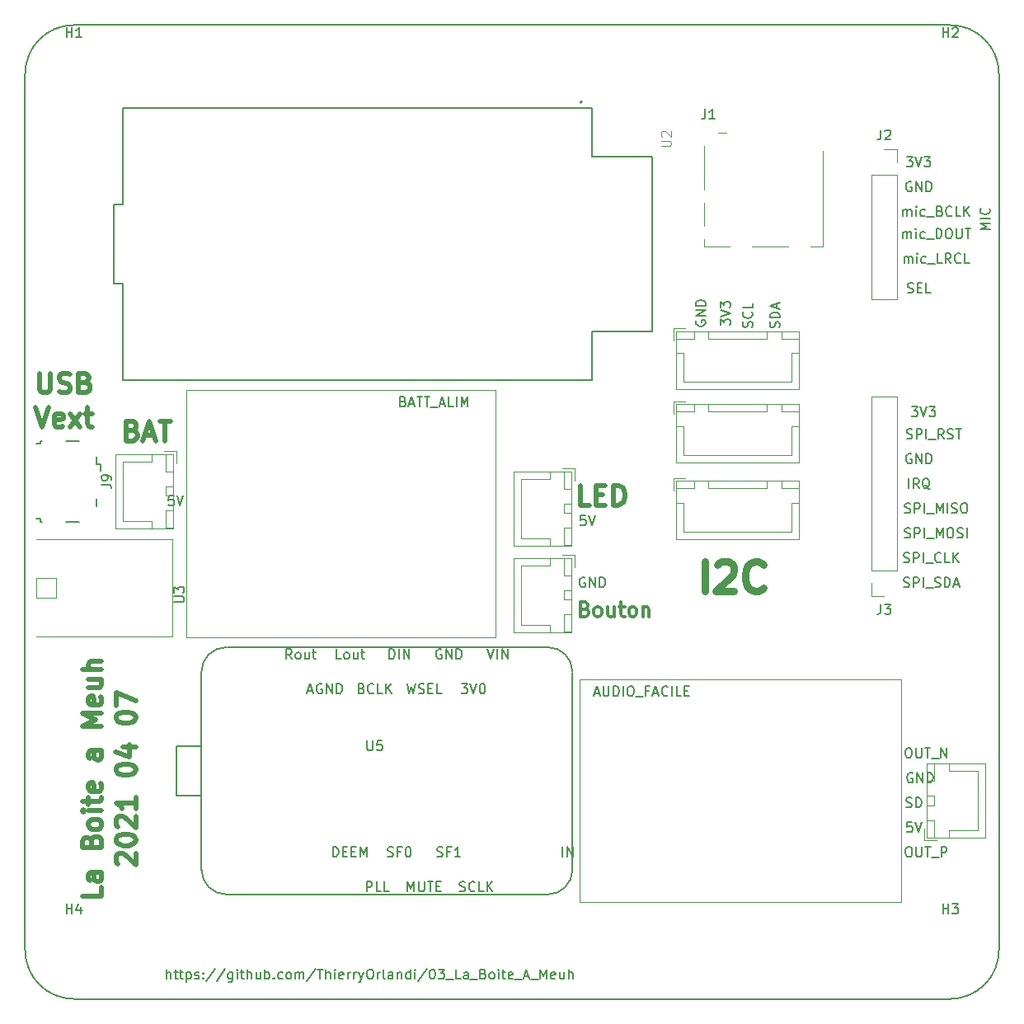
<source format=gbr>
%TF.GenerationSoftware,KiCad,Pcbnew,(5.1.6)-1*%
%TF.CreationDate,2021-04-09T09:14:04+02:00*%
%TF.ProjectId,03_La_Boite_A_Meuh,30335f4c-615f-4426-9f69-74655f415f4d,rev?*%
%TF.SameCoordinates,Original*%
%TF.FileFunction,Legend,Top*%
%TF.FilePolarity,Positive*%
%FSLAX46Y46*%
G04 Gerber Fmt 4.6, Leading zero omitted, Abs format (unit mm)*
G04 Created by KiCad (PCBNEW (5.1.6)-1) date 2021-04-09 09:14:04*
%MOMM*%
%LPD*%
G01*
G04 APERTURE LIST*
%ADD10C,0.500000*%
%ADD11C,0.150000*%
%ADD12C,0.750000*%
%ADD13C,0.375000*%
%TA.AperFunction,Profile*%
%ADD14C,0.150000*%
%TD*%
%ADD15C,0.127000*%
%ADD16C,0.200000*%
%ADD17C,0.120000*%
%ADD18C,0.015000*%
G04 APERTURE END LIST*
D10*
X107854761Y-143495238D02*
X107854761Y-144447619D01*
X105854761Y-144447619D01*
X107854761Y-141971428D02*
X106807142Y-141971428D01*
X106616666Y-142066666D01*
X106521428Y-142257142D01*
X106521428Y-142638095D01*
X106616666Y-142828571D01*
X107759523Y-141971428D02*
X107854761Y-142161904D01*
X107854761Y-142638095D01*
X107759523Y-142828571D01*
X107569047Y-142923809D01*
X107378571Y-142923809D01*
X107188095Y-142828571D01*
X107092857Y-142638095D01*
X107092857Y-142161904D01*
X106997619Y-141971428D01*
X106807142Y-138828571D02*
X106902380Y-138542857D01*
X106997619Y-138447619D01*
X107188095Y-138352380D01*
X107473809Y-138352380D01*
X107664285Y-138447619D01*
X107759523Y-138542857D01*
X107854761Y-138733333D01*
X107854761Y-139495238D01*
X105854761Y-139495238D01*
X105854761Y-138828571D01*
X105950000Y-138638095D01*
X106045238Y-138542857D01*
X106235714Y-138447619D01*
X106426190Y-138447619D01*
X106616666Y-138542857D01*
X106711904Y-138638095D01*
X106807142Y-138828571D01*
X106807142Y-139495238D01*
X107854761Y-137209523D02*
X107759523Y-137400000D01*
X107664285Y-137495238D01*
X107473809Y-137590476D01*
X106902380Y-137590476D01*
X106711904Y-137495238D01*
X106616666Y-137400000D01*
X106521428Y-137209523D01*
X106521428Y-136923809D01*
X106616666Y-136733333D01*
X106711904Y-136638095D01*
X106902380Y-136542857D01*
X107473809Y-136542857D01*
X107664285Y-136638095D01*
X107759523Y-136733333D01*
X107854761Y-136923809D01*
X107854761Y-137209523D01*
X107854761Y-135685714D02*
X106521428Y-135685714D01*
X105854761Y-135685714D02*
X105950000Y-135780952D01*
X106045238Y-135685714D01*
X105950000Y-135590476D01*
X105854761Y-135685714D01*
X106045238Y-135685714D01*
X106521428Y-135019047D02*
X106521428Y-134257142D01*
X105854761Y-134733333D02*
X107569047Y-134733333D01*
X107759523Y-134638095D01*
X107854761Y-134447619D01*
X107854761Y-134257142D01*
X107759523Y-132828571D02*
X107854761Y-133019047D01*
X107854761Y-133400000D01*
X107759523Y-133590476D01*
X107569047Y-133685714D01*
X106807142Y-133685714D01*
X106616666Y-133590476D01*
X106521428Y-133400000D01*
X106521428Y-133019047D01*
X106616666Y-132828571D01*
X106807142Y-132733333D01*
X106997619Y-132733333D01*
X107188095Y-133685714D01*
X107854761Y-129495238D02*
X106807142Y-129495238D01*
X106616666Y-129590476D01*
X106521428Y-129780952D01*
X106521428Y-130161904D01*
X106616666Y-130352380D01*
X107759523Y-129495238D02*
X107854761Y-129685714D01*
X107854761Y-130161904D01*
X107759523Y-130352380D01*
X107569047Y-130447619D01*
X107378571Y-130447619D01*
X107188095Y-130352380D01*
X107092857Y-130161904D01*
X107092857Y-129685714D01*
X106997619Y-129495238D01*
X107854761Y-127019047D02*
X105854761Y-127019047D01*
X107283333Y-126352380D01*
X105854761Y-125685714D01*
X107854761Y-125685714D01*
X107759523Y-123971428D02*
X107854761Y-124161904D01*
X107854761Y-124542857D01*
X107759523Y-124733333D01*
X107569047Y-124828571D01*
X106807142Y-124828571D01*
X106616666Y-124733333D01*
X106521428Y-124542857D01*
X106521428Y-124161904D01*
X106616666Y-123971428D01*
X106807142Y-123876190D01*
X106997619Y-123876190D01*
X107188095Y-124828571D01*
X106521428Y-122161904D02*
X107854761Y-122161904D01*
X106521428Y-123019047D02*
X107569047Y-123019047D01*
X107759523Y-122923809D01*
X107854761Y-122733333D01*
X107854761Y-122447619D01*
X107759523Y-122257142D01*
X107664285Y-122161904D01*
X107854761Y-121209523D02*
X105854761Y-121209523D01*
X107854761Y-120352380D02*
X106807142Y-120352380D01*
X106616666Y-120447619D01*
X106521428Y-120638095D01*
X106521428Y-120923809D01*
X106616666Y-121114285D01*
X106711904Y-121209523D01*
X109545238Y-141161904D02*
X109450000Y-141066666D01*
X109354761Y-140876190D01*
X109354761Y-140400000D01*
X109450000Y-140209523D01*
X109545238Y-140114285D01*
X109735714Y-140019047D01*
X109926190Y-140019047D01*
X110211904Y-140114285D01*
X111354761Y-141257142D01*
X111354761Y-140019047D01*
X109354761Y-138780952D02*
X109354761Y-138590476D01*
X109450000Y-138400000D01*
X109545238Y-138304761D01*
X109735714Y-138209523D01*
X110116666Y-138114285D01*
X110592857Y-138114285D01*
X110973809Y-138209523D01*
X111164285Y-138304761D01*
X111259523Y-138400000D01*
X111354761Y-138590476D01*
X111354761Y-138780952D01*
X111259523Y-138971428D01*
X111164285Y-139066666D01*
X110973809Y-139161904D01*
X110592857Y-139257142D01*
X110116666Y-139257142D01*
X109735714Y-139161904D01*
X109545238Y-139066666D01*
X109450000Y-138971428D01*
X109354761Y-138780952D01*
X109545238Y-137352380D02*
X109450000Y-137257142D01*
X109354761Y-137066666D01*
X109354761Y-136590476D01*
X109450000Y-136400000D01*
X109545238Y-136304761D01*
X109735714Y-136209523D01*
X109926190Y-136209523D01*
X110211904Y-136304761D01*
X111354761Y-137447619D01*
X111354761Y-136209523D01*
X111354761Y-134304761D02*
X111354761Y-135447619D01*
X111354761Y-134876190D02*
X109354761Y-134876190D01*
X109640476Y-135066666D01*
X109830952Y-135257142D01*
X109926190Y-135447619D01*
X109354761Y-131542857D02*
X109354761Y-131352380D01*
X109450000Y-131161904D01*
X109545238Y-131066666D01*
X109735714Y-130971428D01*
X110116666Y-130876190D01*
X110592857Y-130876190D01*
X110973809Y-130971428D01*
X111164285Y-131066666D01*
X111259523Y-131161904D01*
X111354761Y-131352380D01*
X111354761Y-131542857D01*
X111259523Y-131733333D01*
X111164285Y-131828571D01*
X110973809Y-131923809D01*
X110592857Y-132019047D01*
X110116666Y-132019047D01*
X109735714Y-131923809D01*
X109545238Y-131828571D01*
X109450000Y-131733333D01*
X109354761Y-131542857D01*
X110021428Y-129161904D02*
X111354761Y-129161904D01*
X109259523Y-129638095D02*
X110688095Y-130114285D01*
X110688095Y-128876190D01*
X109354761Y-126209523D02*
X109354761Y-126019047D01*
X109450000Y-125828571D01*
X109545238Y-125733333D01*
X109735714Y-125638095D01*
X110116666Y-125542857D01*
X110592857Y-125542857D01*
X110973809Y-125638095D01*
X111164285Y-125733333D01*
X111259523Y-125828571D01*
X111354761Y-126019047D01*
X111354761Y-126209523D01*
X111259523Y-126400000D01*
X111164285Y-126495238D01*
X110973809Y-126590476D01*
X110592857Y-126685714D01*
X110116666Y-126685714D01*
X109735714Y-126590476D01*
X109545238Y-126495238D01*
X109450000Y-126400000D01*
X109354761Y-126209523D01*
X109354761Y-124876190D02*
X109354761Y-123542857D01*
X111354761Y-124400000D01*
D11*
X157480095Y-111768000D02*
X157384857Y-111720380D01*
X157242000Y-111720380D01*
X157099142Y-111768000D01*
X157003904Y-111863238D01*
X156956285Y-111958476D01*
X156908666Y-112148952D01*
X156908666Y-112291809D01*
X156956285Y-112482285D01*
X157003904Y-112577523D01*
X157099142Y-112672761D01*
X157242000Y-112720380D01*
X157337238Y-112720380D01*
X157480095Y-112672761D01*
X157527714Y-112625142D01*
X157527714Y-112291809D01*
X157337238Y-112291809D01*
X157956285Y-112720380D02*
X157956285Y-111720380D01*
X158527714Y-112720380D01*
X158527714Y-111720380D01*
X159003904Y-112720380D02*
X159003904Y-111720380D01*
X159242000Y-111720380D01*
X159384857Y-111768000D01*
X159480095Y-111863238D01*
X159527714Y-111958476D01*
X159575333Y-112148952D01*
X159575333Y-112291809D01*
X159527714Y-112482285D01*
X159480095Y-112577523D01*
X159384857Y-112672761D01*
X159242000Y-112720380D01*
X159003904Y-112720380D01*
X157543523Y-105370380D02*
X157067333Y-105370380D01*
X157019714Y-105846571D01*
X157067333Y-105798952D01*
X157162571Y-105751333D01*
X157400666Y-105751333D01*
X157495904Y-105798952D01*
X157543523Y-105846571D01*
X157591142Y-105941809D01*
X157591142Y-106179904D01*
X157543523Y-106275142D01*
X157495904Y-106322761D01*
X157400666Y-106370380D01*
X157162571Y-106370380D01*
X157067333Y-106322761D01*
X157019714Y-106275142D01*
X157876857Y-105370380D02*
X158210190Y-106370380D01*
X158543523Y-105370380D01*
X177442761Y-86050285D02*
X177490380Y-85907428D01*
X177490380Y-85669333D01*
X177442761Y-85574095D01*
X177395142Y-85526476D01*
X177299904Y-85478857D01*
X177204666Y-85478857D01*
X177109428Y-85526476D01*
X177061809Y-85574095D01*
X177014190Y-85669333D01*
X176966571Y-85859809D01*
X176918952Y-85955047D01*
X176871333Y-86002666D01*
X176776095Y-86050285D01*
X176680857Y-86050285D01*
X176585619Y-86002666D01*
X176538000Y-85955047D01*
X176490380Y-85859809D01*
X176490380Y-85621714D01*
X176538000Y-85478857D01*
X177490380Y-85050285D02*
X176490380Y-85050285D01*
X176490380Y-84812190D01*
X176538000Y-84669333D01*
X176633238Y-84574095D01*
X176728476Y-84526476D01*
X176918952Y-84478857D01*
X177061809Y-84478857D01*
X177252285Y-84526476D01*
X177347523Y-84574095D01*
X177442761Y-84669333D01*
X177490380Y-84812190D01*
X177490380Y-85050285D01*
X177204666Y-84097904D02*
X177204666Y-83621714D01*
X177490380Y-84193142D02*
X176490380Y-83859809D01*
X177490380Y-83526476D01*
X174648761Y-86026476D02*
X174696380Y-85883619D01*
X174696380Y-85645523D01*
X174648761Y-85550285D01*
X174601142Y-85502666D01*
X174505904Y-85455047D01*
X174410666Y-85455047D01*
X174315428Y-85502666D01*
X174267809Y-85550285D01*
X174220190Y-85645523D01*
X174172571Y-85836000D01*
X174124952Y-85931238D01*
X174077333Y-85978857D01*
X173982095Y-86026476D01*
X173886857Y-86026476D01*
X173791619Y-85978857D01*
X173744000Y-85931238D01*
X173696380Y-85836000D01*
X173696380Y-85597904D01*
X173744000Y-85455047D01*
X174601142Y-84455047D02*
X174648761Y-84502666D01*
X174696380Y-84645523D01*
X174696380Y-84740761D01*
X174648761Y-84883619D01*
X174553523Y-84978857D01*
X174458285Y-85026476D01*
X174267809Y-85074095D01*
X174124952Y-85074095D01*
X173934476Y-85026476D01*
X173839238Y-84978857D01*
X173744000Y-84883619D01*
X173696380Y-84740761D01*
X173696380Y-84645523D01*
X173744000Y-84502666D01*
X173791619Y-84455047D01*
X174696380Y-83550285D02*
X174696380Y-84026476D01*
X173696380Y-84026476D01*
X171410380Y-85820095D02*
X171410380Y-85201047D01*
X171791333Y-85534380D01*
X171791333Y-85391523D01*
X171838952Y-85296285D01*
X171886571Y-85248666D01*
X171981809Y-85201047D01*
X172219904Y-85201047D01*
X172315142Y-85248666D01*
X172362761Y-85296285D01*
X172410380Y-85391523D01*
X172410380Y-85677238D01*
X172362761Y-85772476D01*
X172315142Y-85820095D01*
X171410380Y-84915333D02*
X172410380Y-84582000D01*
X171410380Y-84248666D01*
X171410380Y-84010571D02*
X171410380Y-83391523D01*
X171791333Y-83724857D01*
X171791333Y-83582000D01*
X171838952Y-83486761D01*
X171886571Y-83439142D01*
X171981809Y-83391523D01*
X172219904Y-83391523D01*
X172315142Y-83439142D01*
X172362761Y-83486761D01*
X172410380Y-83582000D01*
X172410380Y-83867714D01*
X172362761Y-83962952D01*
X172315142Y-84010571D01*
X168918000Y-85343904D02*
X168870380Y-85439142D01*
X168870380Y-85582000D01*
X168918000Y-85724857D01*
X169013238Y-85820095D01*
X169108476Y-85867714D01*
X169298952Y-85915333D01*
X169441809Y-85915333D01*
X169632285Y-85867714D01*
X169727523Y-85820095D01*
X169822761Y-85724857D01*
X169870380Y-85582000D01*
X169870380Y-85486761D01*
X169822761Y-85343904D01*
X169775142Y-85296285D01*
X169441809Y-85296285D01*
X169441809Y-85486761D01*
X169870380Y-84867714D02*
X168870380Y-84867714D01*
X169870380Y-84296285D01*
X168870380Y-84296285D01*
X169870380Y-83820095D02*
X168870380Y-83820095D01*
X168870380Y-83582000D01*
X168918000Y-83439142D01*
X169013238Y-83343904D01*
X169108476Y-83296285D01*
X169298952Y-83248666D01*
X169441809Y-83248666D01*
X169632285Y-83296285D01*
X169727523Y-83343904D01*
X169822761Y-83439142D01*
X169870380Y-83582000D01*
X169870380Y-83820095D01*
X190627142Y-82446761D02*
X190770000Y-82494380D01*
X191008095Y-82494380D01*
X191103333Y-82446761D01*
X191150952Y-82399142D01*
X191198571Y-82303904D01*
X191198571Y-82208666D01*
X191150952Y-82113428D01*
X191103333Y-82065809D01*
X191008095Y-82018190D01*
X190817619Y-81970571D01*
X190722380Y-81922952D01*
X190674761Y-81875333D01*
X190627142Y-81780095D01*
X190627142Y-81684857D01*
X190674761Y-81589619D01*
X190722380Y-81542000D01*
X190817619Y-81494380D01*
X191055714Y-81494380D01*
X191198571Y-81542000D01*
X191627142Y-81970571D02*
X191960476Y-81970571D01*
X192103333Y-82494380D02*
X191627142Y-82494380D01*
X191627142Y-81494380D01*
X192103333Y-81494380D01*
X193008095Y-82494380D02*
X192531904Y-82494380D01*
X192531904Y-81494380D01*
X190262285Y-79446380D02*
X190262285Y-78779714D01*
X190262285Y-78874952D02*
X190309904Y-78827333D01*
X190405142Y-78779714D01*
X190548000Y-78779714D01*
X190643238Y-78827333D01*
X190690857Y-78922571D01*
X190690857Y-79446380D01*
X190690857Y-78922571D02*
X190738476Y-78827333D01*
X190833714Y-78779714D01*
X190976571Y-78779714D01*
X191071809Y-78827333D01*
X191119428Y-78922571D01*
X191119428Y-79446380D01*
X191595619Y-79446380D02*
X191595619Y-78779714D01*
X191595619Y-78446380D02*
X191548000Y-78494000D01*
X191595619Y-78541619D01*
X191643238Y-78494000D01*
X191595619Y-78446380D01*
X191595619Y-78541619D01*
X192500380Y-79398761D02*
X192405142Y-79446380D01*
X192214666Y-79446380D01*
X192119428Y-79398761D01*
X192071809Y-79351142D01*
X192024190Y-79255904D01*
X192024190Y-78970190D01*
X192071809Y-78874952D01*
X192119428Y-78827333D01*
X192214666Y-78779714D01*
X192405142Y-78779714D01*
X192500380Y-78827333D01*
X192690857Y-79541619D02*
X193452761Y-79541619D01*
X194167047Y-79446380D02*
X193690857Y-79446380D01*
X193690857Y-78446380D01*
X195071809Y-79446380D02*
X194738476Y-78970190D01*
X194500380Y-79446380D02*
X194500380Y-78446380D01*
X194881333Y-78446380D01*
X194976571Y-78494000D01*
X195024190Y-78541619D01*
X195071809Y-78636857D01*
X195071809Y-78779714D01*
X195024190Y-78874952D01*
X194976571Y-78922571D01*
X194881333Y-78970190D01*
X194500380Y-78970190D01*
X196071809Y-79351142D02*
X196024190Y-79398761D01*
X195881333Y-79446380D01*
X195786095Y-79446380D01*
X195643238Y-79398761D01*
X195548000Y-79303523D01*
X195500380Y-79208285D01*
X195452761Y-79017809D01*
X195452761Y-78874952D01*
X195500380Y-78684476D01*
X195548000Y-78589238D01*
X195643238Y-78494000D01*
X195786095Y-78446380D01*
X195881333Y-78446380D01*
X196024190Y-78494000D01*
X196071809Y-78541619D01*
X196976571Y-79446380D02*
X196500380Y-79446380D01*
X196500380Y-78446380D01*
X190143238Y-76906380D02*
X190143238Y-76239714D01*
X190143238Y-76334952D02*
X190190857Y-76287333D01*
X190286095Y-76239714D01*
X190428952Y-76239714D01*
X190524190Y-76287333D01*
X190571809Y-76382571D01*
X190571809Y-76906380D01*
X190571809Y-76382571D02*
X190619428Y-76287333D01*
X190714666Y-76239714D01*
X190857523Y-76239714D01*
X190952761Y-76287333D01*
X191000380Y-76382571D01*
X191000380Y-76906380D01*
X191476571Y-76906380D02*
X191476571Y-76239714D01*
X191476571Y-75906380D02*
X191428952Y-75954000D01*
X191476571Y-76001619D01*
X191524190Y-75954000D01*
X191476571Y-75906380D01*
X191476571Y-76001619D01*
X192381333Y-76858761D02*
X192286095Y-76906380D01*
X192095619Y-76906380D01*
X192000380Y-76858761D01*
X191952761Y-76811142D01*
X191905142Y-76715904D01*
X191905142Y-76430190D01*
X191952761Y-76334952D01*
X192000380Y-76287333D01*
X192095619Y-76239714D01*
X192286095Y-76239714D01*
X192381333Y-76287333D01*
X192571809Y-77001619D02*
X193333714Y-77001619D01*
X193571809Y-76906380D02*
X193571809Y-75906380D01*
X193809904Y-75906380D01*
X193952761Y-75954000D01*
X194048000Y-76049238D01*
X194095619Y-76144476D01*
X194143238Y-76334952D01*
X194143238Y-76477809D01*
X194095619Y-76668285D01*
X194048000Y-76763523D01*
X193952761Y-76858761D01*
X193809904Y-76906380D01*
X193571809Y-76906380D01*
X194762285Y-75906380D02*
X194952761Y-75906380D01*
X195048000Y-75954000D01*
X195143238Y-76049238D01*
X195190857Y-76239714D01*
X195190857Y-76573047D01*
X195143238Y-76763523D01*
X195048000Y-76858761D01*
X194952761Y-76906380D01*
X194762285Y-76906380D01*
X194667047Y-76858761D01*
X194571809Y-76763523D01*
X194524190Y-76573047D01*
X194524190Y-76239714D01*
X194571809Y-76049238D01*
X194667047Y-75954000D01*
X194762285Y-75906380D01*
X195619428Y-75906380D02*
X195619428Y-76715904D01*
X195667047Y-76811142D01*
X195714666Y-76858761D01*
X195809904Y-76906380D01*
X196000380Y-76906380D01*
X196095619Y-76858761D01*
X196143238Y-76811142D01*
X196190857Y-76715904D01*
X196190857Y-75906380D01*
X196524190Y-75906380D02*
X197095619Y-75906380D01*
X196809904Y-76906380D02*
X196809904Y-75906380D01*
X190167047Y-74620380D02*
X190167047Y-73953714D01*
X190167047Y-74048952D02*
X190214666Y-74001333D01*
X190309904Y-73953714D01*
X190452761Y-73953714D01*
X190548000Y-74001333D01*
X190595619Y-74096571D01*
X190595619Y-74620380D01*
X190595619Y-74096571D02*
X190643238Y-74001333D01*
X190738476Y-73953714D01*
X190881333Y-73953714D01*
X190976571Y-74001333D01*
X191024190Y-74096571D01*
X191024190Y-74620380D01*
X191500380Y-74620380D02*
X191500380Y-73953714D01*
X191500380Y-73620380D02*
X191452761Y-73668000D01*
X191500380Y-73715619D01*
X191548000Y-73668000D01*
X191500380Y-73620380D01*
X191500380Y-73715619D01*
X192405142Y-74572761D02*
X192309904Y-74620380D01*
X192119428Y-74620380D01*
X192024190Y-74572761D01*
X191976571Y-74525142D01*
X191928952Y-74429904D01*
X191928952Y-74144190D01*
X191976571Y-74048952D01*
X192024190Y-74001333D01*
X192119428Y-73953714D01*
X192309904Y-73953714D01*
X192405142Y-74001333D01*
X192595619Y-74715619D02*
X193357523Y-74715619D01*
X193928952Y-74096571D02*
X194071809Y-74144190D01*
X194119428Y-74191809D01*
X194167047Y-74287047D01*
X194167047Y-74429904D01*
X194119428Y-74525142D01*
X194071809Y-74572761D01*
X193976571Y-74620380D01*
X193595619Y-74620380D01*
X193595619Y-73620380D01*
X193928952Y-73620380D01*
X194024190Y-73668000D01*
X194071809Y-73715619D01*
X194119428Y-73810857D01*
X194119428Y-73906095D01*
X194071809Y-74001333D01*
X194024190Y-74048952D01*
X193928952Y-74096571D01*
X193595619Y-74096571D01*
X195167047Y-74525142D02*
X195119428Y-74572761D01*
X194976571Y-74620380D01*
X194881333Y-74620380D01*
X194738476Y-74572761D01*
X194643238Y-74477523D01*
X194595619Y-74382285D01*
X194548000Y-74191809D01*
X194548000Y-74048952D01*
X194595619Y-73858476D01*
X194643238Y-73763238D01*
X194738476Y-73668000D01*
X194881333Y-73620380D01*
X194976571Y-73620380D01*
X195119428Y-73668000D01*
X195167047Y-73715619D01*
X196071809Y-74620380D02*
X195595619Y-74620380D01*
X195595619Y-73620380D01*
X196405142Y-74620380D02*
X196405142Y-73620380D01*
X196976571Y-74620380D02*
X196548000Y-74048952D01*
X196976571Y-73620380D02*
X196405142Y-74191809D01*
X191008095Y-71128000D02*
X190912857Y-71080380D01*
X190770000Y-71080380D01*
X190627142Y-71128000D01*
X190531904Y-71223238D01*
X190484285Y-71318476D01*
X190436666Y-71508952D01*
X190436666Y-71651809D01*
X190484285Y-71842285D01*
X190531904Y-71937523D01*
X190627142Y-72032761D01*
X190770000Y-72080380D01*
X190865238Y-72080380D01*
X191008095Y-72032761D01*
X191055714Y-71985142D01*
X191055714Y-71651809D01*
X190865238Y-71651809D01*
X191484285Y-72080380D02*
X191484285Y-71080380D01*
X192055714Y-72080380D01*
X192055714Y-71080380D01*
X192531904Y-72080380D02*
X192531904Y-71080380D01*
X192770000Y-71080380D01*
X192912857Y-71128000D01*
X193008095Y-71223238D01*
X193055714Y-71318476D01*
X193103333Y-71508952D01*
X193103333Y-71651809D01*
X193055714Y-71842285D01*
X193008095Y-71937523D01*
X192912857Y-72032761D01*
X192770000Y-72080380D01*
X192531904Y-72080380D01*
X190531904Y-68540380D02*
X191150952Y-68540380D01*
X190817619Y-68921333D01*
X190960476Y-68921333D01*
X191055714Y-68968952D01*
X191103333Y-69016571D01*
X191150952Y-69111809D01*
X191150952Y-69349904D01*
X191103333Y-69445142D01*
X191055714Y-69492761D01*
X190960476Y-69540380D01*
X190674761Y-69540380D01*
X190579523Y-69492761D01*
X190531904Y-69445142D01*
X191436666Y-68540380D02*
X191770000Y-69540380D01*
X192103333Y-68540380D01*
X192341428Y-68540380D02*
X192960476Y-68540380D01*
X192627142Y-68921333D01*
X192770000Y-68921333D01*
X192865238Y-68968952D01*
X192912857Y-69016571D01*
X192960476Y-69111809D01*
X192960476Y-69349904D01*
X192912857Y-69445142D01*
X192865238Y-69492761D01*
X192770000Y-69540380D01*
X192484285Y-69540380D01*
X192389047Y-69492761D01*
X192341428Y-69445142D01*
X190230476Y-112672761D02*
X190373333Y-112720380D01*
X190611428Y-112720380D01*
X190706666Y-112672761D01*
X190754285Y-112625142D01*
X190801904Y-112529904D01*
X190801904Y-112434666D01*
X190754285Y-112339428D01*
X190706666Y-112291809D01*
X190611428Y-112244190D01*
X190420952Y-112196571D01*
X190325714Y-112148952D01*
X190278095Y-112101333D01*
X190230476Y-112006095D01*
X190230476Y-111910857D01*
X190278095Y-111815619D01*
X190325714Y-111768000D01*
X190420952Y-111720380D01*
X190659047Y-111720380D01*
X190801904Y-111768000D01*
X191230476Y-112720380D02*
X191230476Y-111720380D01*
X191611428Y-111720380D01*
X191706666Y-111768000D01*
X191754285Y-111815619D01*
X191801904Y-111910857D01*
X191801904Y-112053714D01*
X191754285Y-112148952D01*
X191706666Y-112196571D01*
X191611428Y-112244190D01*
X191230476Y-112244190D01*
X192230476Y-112720380D02*
X192230476Y-111720380D01*
X192468571Y-112815619D02*
X193230476Y-112815619D01*
X193420952Y-112672761D02*
X193563809Y-112720380D01*
X193801904Y-112720380D01*
X193897142Y-112672761D01*
X193944761Y-112625142D01*
X193992380Y-112529904D01*
X193992380Y-112434666D01*
X193944761Y-112339428D01*
X193897142Y-112291809D01*
X193801904Y-112244190D01*
X193611428Y-112196571D01*
X193516190Y-112148952D01*
X193468571Y-112101333D01*
X193420952Y-112006095D01*
X193420952Y-111910857D01*
X193468571Y-111815619D01*
X193516190Y-111768000D01*
X193611428Y-111720380D01*
X193849523Y-111720380D01*
X193992380Y-111768000D01*
X194420952Y-112720380D02*
X194420952Y-111720380D01*
X194659047Y-111720380D01*
X194801904Y-111768000D01*
X194897142Y-111863238D01*
X194944761Y-111958476D01*
X194992380Y-112148952D01*
X194992380Y-112291809D01*
X194944761Y-112482285D01*
X194897142Y-112577523D01*
X194801904Y-112672761D01*
X194659047Y-112720380D01*
X194420952Y-112720380D01*
X195373333Y-112434666D02*
X195849523Y-112434666D01*
X195278095Y-112720380D02*
X195611428Y-111720380D01*
X195944761Y-112720380D01*
X190230476Y-110132761D02*
X190373333Y-110180380D01*
X190611428Y-110180380D01*
X190706666Y-110132761D01*
X190754285Y-110085142D01*
X190801904Y-109989904D01*
X190801904Y-109894666D01*
X190754285Y-109799428D01*
X190706666Y-109751809D01*
X190611428Y-109704190D01*
X190420952Y-109656571D01*
X190325714Y-109608952D01*
X190278095Y-109561333D01*
X190230476Y-109466095D01*
X190230476Y-109370857D01*
X190278095Y-109275619D01*
X190325714Y-109228000D01*
X190420952Y-109180380D01*
X190659047Y-109180380D01*
X190801904Y-109228000D01*
X191230476Y-110180380D02*
X191230476Y-109180380D01*
X191611428Y-109180380D01*
X191706666Y-109228000D01*
X191754285Y-109275619D01*
X191801904Y-109370857D01*
X191801904Y-109513714D01*
X191754285Y-109608952D01*
X191706666Y-109656571D01*
X191611428Y-109704190D01*
X191230476Y-109704190D01*
X192230476Y-110180380D02*
X192230476Y-109180380D01*
X192468571Y-110275619D02*
X193230476Y-110275619D01*
X194040000Y-110085142D02*
X193992380Y-110132761D01*
X193849523Y-110180380D01*
X193754285Y-110180380D01*
X193611428Y-110132761D01*
X193516190Y-110037523D01*
X193468571Y-109942285D01*
X193420952Y-109751809D01*
X193420952Y-109608952D01*
X193468571Y-109418476D01*
X193516190Y-109323238D01*
X193611428Y-109228000D01*
X193754285Y-109180380D01*
X193849523Y-109180380D01*
X193992380Y-109228000D01*
X194040000Y-109275619D01*
X194944761Y-110180380D02*
X194468571Y-110180380D01*
X194468571Y-109180380D01*
X195278095Y-110180380D02*
X195278095Y-109180380D01*
X195849523Y-110180380D02*
X195420952Y-109608952D01*
X195849523Y-109180380D02*
X195278095Y-109751809D01*
X190333714Y-107592761D02*
X190476571Y-107640380D01*
X190714666Y-107640380D01*
X190809904Y-107592761D01*
X190857523Y-107545142D01*
X190905142Y-107449904D01*
X190905142Y-107354666D01*
X190857523Y-107259428D01*
X190809904Y-107211809D01*
X190714666Y-107164190D01*
X190524190Y-107116571D01*
X190428952Y-107068952D01*
X190381333Y-107021333D01*
X190333714Y-106926095D01*
X190333714Y-106830857D01*
X190381333Y-106735619D01*
X190428952Y-106688000D01*
X190524190Y-106640380D01*
X190762285Y-106640380D01*
X190905142Y-106688000D01*
X191333714Y-107640380D02*
X191333714Y-106640380D01*
X191714666Y-106640380D01*
X191809904Y-106688000D01*
X191857523Y-106735619D01*
X191905142Y-106830857D01*
X191905142Y-106973714D01*
X191857523Y-107068952D01*
X191809904Y-107116571D01*
X191714666Y-107164190D01*
X191333714Y-107164190D01*
X192333714Y-107640380D02*
X192333714Y-106640380D01*
X192571809Y-107735619D02*
X193333714Y-107735619D01*
X193571809Y-107640380D02*
X193571809Y-106640380D01*
X193905142Y-107354666D01*
X194238476Y-106640380D01*
X194238476Y-107640380D01*
X194905142Y-106640380D02*
X195095619Y-106640380D01*
X195190857Y-106688000D01*
X195286095Y-106783238D01*
X195333714Y-106973714D01*
X195333714Y-107307047D01*
X195286095Y-107497523D01*
X195190857Y-107592761D01*
X195095619Y-107640380D01*
X194905142Y-107640380D01*
X194809904Y-107592761D01*
X194714666Y-107497523D01*
X194667047Y-107307047D01*
X194667047Y-106973714D01*
X194714666Y-106783238D01*
X194809904Y-106688000D01*
X194905142Y-106640380D01*
X195714666Y-107592761D02*
X195857523Y-107640380D01*
X196095619Y-107640380D01*
X196190857Y-107592761D01*
X196238476Y-107545142D01*
X196286095Y-107449904D01*
X196286095Y-107354666D01*
X196238476Y-107259428D01*
X196190857Y-107211809D01*
X196095619Y-107164190D01*
X195905142Y-107116571D01*
X195809904Y-107068952D01*
X195762285Y-107021333D01*
X195714666Y-106926095D01*
X195714666Y-106830857D01*
X195762285Y-106735619D01*
X195809904Y-106688000D01*
X195905142Y-106640380D01*
X196143238Y-106640380D01*
X196286095Y-106688000D01*
X196714666Y-107640380D02*
X196714666Y-106640380D01*
X190333714Y-105052761D02*
X190476571Y-105100380D01*
X190714666Y-105100380D01*
X190809904Y-105052761D01*
X190857523Y-105005142D01*
X190905142Y-104909904D01*
X190905142Y-104814666D01*
X190857523Y-104719428D01*
X190809904Y-104671809D01*
X190714666Y-104624190D01*
X190524190Y-104576571D01*
X190428952Y-104528952D01*
X190381333Y-104481333D01*
X190333714Y-104386095D01*
X190333714Y-104290857D01*
X190381333Y-104195619D01*
X190428952Y-104148000D01*
X190524190Y-104100380D01*
X190762285Y-104100380D01*
X190905142Y-104148000D01*
X191333714Y-105100380D02*
X191333714Y-104100380D01*
X191714666Y-104100380D01*
X191809904Y-104148000D01*
X191857523Y-104195619D01*
X191905142Y-104290857D01*
X191905142Y-104433714D01*
X191857523Y-104528952D01*
X191809904Y-104576571D01*
X191714666Y-104624190D01*
X191333714Y-104624190D01*
X192333714Y-105100380D02*
X192333714Y-104100380D01*
X192571809Y-105195619D02*
X193333714Y-105195619D01*
X193571809Y-105100380D02*
X193571809Y-104100380D01*
X193905142Y-104814666D01*
X194238476Y-104100380D01*
X194238476Y-105100380D01*
X194714666Y-105100380D02*
X194714666Y-104100380D01*
X195143238Y-105052761D02*
X195286095Y-105100380D01*
X195524190Y-105100380D01*
X195619428Y-105052761D01*
X195667047Y-105005142D01*
X195714666Y-104909904D01*
X195714666Y-104814666D01*
X195667047Y-104719428D01*
X195619428Y-104671809D01*
X195524190Y-104624190D01*
X195333714Y-104576571D01*
X195238476Y-104528952D01*
X195190857Y-104481333D01*
X195143238Y-104386095D01*
X195143238Y-104290857D01*
X195190857Y-104195619D01*
X195238476Y-104148000D01*
X195333714Y-104100380D01*
X195571809Y-104100380D01*
X195714666Y-104148000D01*
X196333714Y-104100380D02*
X196524190Y-104100380D01*
X196619428Y-104148000D01*
X196714666Y-104243238D01*
X196762285Y-104433714D01*
X196762285Y-104767047D01*
X196714666Y-104957523D01*
X196619428Y-105052761D01*
X196524190Y-105100380D01*
X196333714Y-105100380D01*
X196238476Y-105052761D01*
X196143238Y-104957523D01*
X196095619Y-104767047D01*
X196095619Y-104433714D01*
X196143238Y-104243238D01*
X196238476Y-104148000D01*
X196333714Y-104100380D01*
X190746190Y-102560380D02*
X190746190Y-101560380D01*
X191793809Y-102560380D02*
X191460476Y-102084190D01*
X191222380Y-102560380D02*
X191222380Y-101560380D01*
X191603333Y-101560380D01*
X191698571Y-101608000D01*
X191746190Y-101655619D01*
X191793809Y-101750857D01*
X191793809Y-101893714D01*
X191746190Y-101988952D01*
X191698571Y-102036571D01*
X191603333Y-102084190D01*
X191222380Y-102084190D01*
X192889047Y-102655619D02*
X192793809Y-102608000D01*
X192698571Y-102512761D01*
X192555714Y-102369904D01*
X192460476Y-102322285D01*
X192365238Y-102322285D01*
X192412857Y-102560380D02*
X192317619Y-102512761D01*
X192222380Y-102417523D01*
X192174761Y-102227047D01*
X192174761Y-101893714D01*
X192222380Y-101703238D01*
X192317619Y-101608000D01*
X192412857Y-101560380D01*
X192603333Y-101560380D01*
X192698571Y-101608000D01*
X192793809Y-101703238D01*
X192841428Y-101893714D01*
X192841428Y-102227047D01*
X192793809Y-102417523D01*
X192698571Y-102512761D01*
X192603333Y-102560380D01*
X192412857Y-102560380D01*
X191008095Y-99068000D02*
X190912857Y-99020380D01*
X190770000Y-99020380D01*
X190627142Y-99068000D01*
X190531904Y-99163238D01*
X190484285Y-99258476D01*
X190436666Y-99448952D01*
X190436666Y-99591809D01*
X190484285Y-99782285D01*
X190531904Y-99877523D01*
X190627142Y-99972761D01*
X190770000Y-100020380D01*
X190865238Y-100020380D01*
X191008095Y-99972761D01*
X191055714Y-99925142D01*
X191055714Y-99591809D01*
X190865238Y-99591809D01*
X191484285Y-100020380D02*
X191484285Y-99020380D01*
X192055714Y-100020380D01*
X192055714Y-99020380D01*
X192531904Y-100020380D02*
X192531904Y-99020380D01*
X192770000Y-99020380D01*
X192912857Y-99068000D01*
X193008095Y-99163238D01*
X193055714Y-99258476D01*
X193103333Y-99448952D01*
X193103333Y-99591809D01*
X193055714Y-99782285D01*
X193008095Y-99877523D01*
X192912857Y-99972761D01*
X192770000Y-100020380D01*
X192531904Y-100020380D01*
X190532095Y-97432761D02*
X190674952Y-97480380D01*
X190913047Y-97480380D01*
X191008285Y-97432761D01*
X191055904Y-97385142D01*
X191103523Y-97289904D01*
X191103523Y-97194666D01*
X191055904Y-97099428D01*
X191008285Y-97051809D01*
X190913047Y-97004190D01*
X190722571Y-96956571D01*
X190627333Y-96908952D01*
X190579714Y-96861333D01*
X190532095Y-96766095D01*
X190532095Y-96670857D01*
X190579714Y-96575619D01*
X190627333Y-96528000D01*
X190722571Y-96480380D01*
X190960666Y-96480380D01*
X191103523Y-96528000D01*
X191532095Y-97480380D02*
X191532095Y-96480380D01*
X191913047Y-96480380D01*
X192008285Y-96528000D01*
X192055904Y-96575619D01*
X192103523Y-96670857D01*
X192103523Y-96813714D01*
X192055904Y-96908952D01*
X192008285Y-96956571D01*
X191913047Y-97004190D01*
X191532095Y-97004190D01*
X192532095Y-97480380D02*
X192532095Y-96480380D01*
X192770190Y-97575619D02*
X193532095Y-97575619D01*
X194341619Y-97480380D02*
X194008285Y-97004190D01*
X193770190Y-97480380D02*
X193770190Y-96480380D01*
X194151142Y-96480380D01*
X194246380Y-96528000D01*
X194294000Y-96575619D01*
X194341619Y-96670857D01*
X194341619Y-96813714D01*
X194294000Y-96908952D01*
X194246380Y-96956571D01*
X194151142Y-97004190D01*
X193770190Y-97004190D01*
X194722571Y-97432761D02*
X194865428Y-97480380D01*
X195103523Y-97480380D01*
X195198761Y-97432761D01*
X195246380Y-97385142D01*
X195294000Y-97289904D01*
X195294000Y-97194666D01*
X195246380Y-97099428D01*
X195198761Y-97051809D01*
X195103523Y-97004190D01*
X194913047Y-96956571D01*
X194817809Y-96908952D01*
X194770190Y-96861333D01*
X194722571Y-96766095D01*
X194722571Y-96670857D01*
X194770190Y-96575619D01*
X194817809Y-96528000D01*
X194913047Y-96480380D01*
X195151142Y-96480380D01*
X195294000Y-96528000D01*
X195579714Y-96480380D02*
X196151142Y-96480380D01*
X195865428Y-97480380D02*
X195865428Y-96480380D01*
X191039904Y-94194380D02*
X191658952Y-94194380D01*
X191325619Y-94575333D01*
X191468476Y-94575333D01*
X191563714Y-94622952D01*
X191611333Y-94670571D01*
X191658952Y-94765809D01*
X191658952Y-95003904D01*
X191611333Y-95099142D01*
X191563714Y-95146761D01*
X191468476Y-95194380D01*
X191182761Y-95194380D01*
X191087523Y-95146761D01*
X191039904Y-95099142D01*
X191944666Y-94194380D02*
X192278000Y-95194380D01*
X192611333Y-94194380D01*
X192849428Y-94194380D02*
X193468476Y-94194380D01*
X193135142Y-94575333D01*
X193278000Y-94575333D01*
X193373238Y-94622952D01*
X193420857Y-94670571D01*
X193468476Y-94765809D01*
X193468476Y-95003904D01*
X193420857Y-95099142D01*
X193373238Y-95146761D01*
X193278000Y-95194380D01*
X192992285Y-95194380D01*
X192897047Y-95146761D01*
X192849428Y-95099142D01*
X199080380Y-76001428D02*
X198080380Y-76001428D01*
X198794666Y-75668095D01*
X198080380Y-75334761D01*
X199080380Y-75334761D01*
X199080380Y-74858571D02*
X198080380Y-74858571D01*
X198985142Y-73810952D02*
X199032761Y-73858571D01*
X199080380Y-74001428D01*
X199080380Y-74096666D01*
X199032761Y-74239523D01*
X198937523Y-74334761D01*
X198842285Y-74382380D01*
X198651809Y-74430000D01*
X198508952Y-74430000D01*
X198318476Y-74382380D01*
X198223238Y-74334761D01*
X198128000Y-74239523D01*
X198080380Y-74096666D01*
X198080380Y-74001428D01*
X198128000Y-73858571D01*
X198175619Y-73810952D01*
D10*
X111045809Y-96631142D02*
X111331523Y-96726380D01*
X111426761Y-96821619D01*
X111522000Y-97012095D01*
X111522000Y-97297809D01*
X111426761Y-97488285D01*
X111331523Y-97583523D01*
X111141047Y-97678761D01*
X110379142Y-97678761D01*
X110379142Y-95678761D01*
X111045809Y-95678761D01*
X111236285Y-95774000D01*
X111331523Y-95869238D01*
X111426761Y-96059714D01*
X111426761Y-96250190D01*
X111331523Y-96440666D01*
X111236285Y-96535904D01*
X111045809Y-96631142D01*
X110379142Y-96631142D01*
X112283904Y-97107333D02*
X113236285Y-97107333D01*
X112093428Y-97678761D02*
X112760095Y-95678761D01*
X113426761Y-97678761D01*
X113807714Y-95678761D02*
X114950571Y-95678761D01*
X114379142Y-97678761D02*
X114379142Y-95678761D01*
X101476190Y-90754761D02*
X101476190Y-92373809D01*
X101571428Y-92564285D01*
X101666666Y-92659523D01*
X101857142Y-92754761D01*
X102238095Y-92754761D01*
X102428571Y-92659523D01*
X102523809Y-92564285D01*
X102619047Y-92373809D01*
X102619047Y-90754761D01*
X103476190Y-92659523D02*
X103761904Y-92754761D01*
X104238095Y-92754761D01*
X104428571Y-92659523D01*
X104523809Y-92564285D01*
X104619047Y-92373809D01*
X104619047Y-92183333D01*
X104523809Y-91992857D01*
X104428571Y-91897619D01*
X104238095Y-91802380D01*
X103857142Y-91707142D01*
X103666666Y-91611904D01*
X103571428Y-91516666D01*
X103476190Y-91326190D01*
X103476190Y-91135714D01*
X103571428Y-90945238D01*
X103666666Y-90850000D01*
X103857142Y-90754761D01*
X104333333Y-90754761D01*
X104619047Y-90850000D01*
X106142857Y-91707142D02*
X106428571Y-91802380D01*
X106523809Y-91897619D01*
X106619047Y-92088095D01*
X106619047Y-92373809D01*
X106523809Y-92564285D01*
X106428571Y-92659523D01*
X106238095Y-92754761D01*
X105476190Y-92754761D01*
X105476190Y-90754761D01*
X106142857Y-90754761D01*
X106333333Y-90850000D01*
X106428571Y-90945238D01*
X106523809Y-91135714D01*
X106523809Y-91326190D01*
X106428571Y-91516666D01*
X106333333Y-91611904D01*
X106142857Y-91707142D01*
X105476190Y-91707142D01*
X101095238Y-94254761D02*
X101761904Y-96254761D01*
X102428571Y-94254761D01*
X103857142Y-96159523D02*
X103666666Y-96254761D01*
X103285714Y-96254761D01*
X103095238Y-96159523D01*
X103000000Y-95969047D01*
X103000000Y-95207142D01*
X103095238Y-95016666D01*
X103285714Y-94921428D01*
X103666666Y-94921428D01*
X103857142Y-95016666D01*
X103952380Y-95207142D01*
X103952380Y-95397619D01*
X103000000Y-95588095D01*
X104619047Y-96254761D02*
X105666666Y-94921428D01*
X104619047Y-94921428D02*
X105666666Y-96254761D01*
X106142857Y-94921428D02*
X106904761Y-94921428D01*
X106428571Y-94254761D02*
X106428571Y-95969047D01*
X106523809Y-96159523D01*
X106714285Y-96254761D01*
X106904761Y-96254761D01*
D12*
X169791428Y-113117142D02*
X169791428Y-110117142D01*
X171077142Y-110402857D02*
X171220000Y-110260000D01*
X171505714Y-110117142D01*
X172220000Y-110117142D01*
X172505714Y-110260000D01*
X172648571Y-110402857D01*
X172791428Y-110688571D01*
X172791428Y-110974285D01*
X172648571Y-111402857D01*
X170934285Y-113117142D01*
X172791428Y-113117142D01*
X175791428Y-112831428D02*
X175648571Y-112974285D01*
X175220000Y-113117142D01*
X174934285Y-113117142D01*
X174505714Y-112974285D01*
X174220000Y-112688571D01*
X174077142Y-112402857D01*
X173934285Y-111831428D01*
X173934285Y-111402857D01*
X174077142Y-110831428D01*
X174220000Y-110545714D01*
X174505714Y-110260000D01*
X174934285Y-110117142D01*
X175220000Y-110117142D01*
X175648571Y-110260000D01*
X175791428Y-110402857D01*
D11*
X114524857Y-152952380D02*
X114524857Y-151952380D01*
X114953428Y-152952380D02*
X114953428Y-152428571D01*
X114905809Y-152333333D01*
X114810571Y-152285714D01*
X114667714Y-152285714D01*
X114572476Y-152333333D01*
X114524857Y-152380952D01*
X115286761Y-152285714D02*
X115667714Y-152285714D01*
X115429619Y-151952380D02*
X115429619Y-152809523D01*
X115477238Y-152904761D01*
X115572476Y-152952380D01*
X115667714Y-152952380D01*
X115858190Y-152285714D02*
X116239142Y-152285714D01*
X116001047Y-151952380D02*
X116001047Y-152809523D01*
X116048666Y-152904761D01*
X116143904Y-152952380D01*
X116239142Y-152952380D01*
X116572476Y-152285714D02*
X116572476Y-153285714D01*
X116572476Y-152333333D02*
X116667714Y-152285714D01*
X116858190Y-152285714D01*
X116953428Y-152333333D01*
X117001047Y-152380952D01*
X117048666Y-152476190D01*
X117048666Y-152761904D01*
X117001047Y-152857142D01*
X116953428Y-152904761D01*
X116858190Y-152952380D01*
X116667714Y-152952380D01*
X116572476Y-152904761D01*
X117429619Y-152904761D02*
X117524857Y-152952380D01*
X117715333Y-152952380D01*
X117810571Y-152904761D01*
X117858190Y-152809523D01*
X117858190Y-152761904D01*
X117810571Y-152666666D01*
X117715333Y-152619047D01*
X117572476Y-152619047D01*
X117477238Y-152571428D01*
X117429619Y-152476190D01*
X117429619Y-152428571D01*
X117477238Y-152333333D01*
X117572476Y-152285714D01*
X117715333Y-152285714D01*
X117810571Y-152333333D01*
X118286761Y-152857142D02*
X118334380Y-152904761D01*
X118286761Y-152952380D01*
X118239142Y-152904761D01*
X118286761Y-152857142D01*
X118286761Y-152952380D01*
X118286761Y-152333333D02*
X118334380Y-152380952D01*
X118286761Y-152428571D01*
X118239142Y-152380952D01*
X118286761Y-152333333D01*
X118286761Y-152428571D01*
X119477238Y-151904761D02*
X118620095Y-153190476D01*
X120524857Y-151904761D02*
X119667714Y-153190476D01*
X121286761Y-152285714D02*
X121286761Y-153095238D01*
X121239142Y-153190476D01*
X121191523Y-153238095D01*
X121096285Y-153285714D01*
X120953428Y-153285714D01*
X120858190Y-153238095D01*
X121286761Y-152904761D02*
X121191523Y-152952380D01*
X121001047Y-152952380D01*
X120905809Y-152904761D01*
X120858190Y-152857142D01*
X120810571Y-152761904D01*
X120810571Y-152476190D01*
X120858190Y-152380952D01*
X120905809Y-152333333D01*
X121001047Y-152285714D01*
X121191523Y-152285714D01*
X121286761Y-152333333D01*
X121762952Y-152952380D02*
X121762952Y-152285714D01*
X121762952Y-151952380D02*
X121715333Y-152000000D01*
X121762952Y-152047619D01*
X121810571Y-152000000D01*
X121762952Y-151952380D01*
X121762952Y-152047619D01*
X122096285Y-152285714D02*
X122477238Y-152285714D01*
X122239142Y-151952380D02*
X122239142Y-152809523D01*
X122286761Y-152904761D01*
X122382000Y-152952380D01*
X122477238Y-152952380D01*
X122810571Y-152952380D02*
X122810571Y-151952380D01*
X123239142Y-152952380D02*
X123239142Y-152428571D01*
X123191523Y-152333333D01*
X123096285Y-152285714D01*
X122953428Y-152285714D01*
X122858190Y-152333333D01*
X122810571Y-152380952D01*
X124143904Y-152285714D02*
X124143904Y-152952380D01*
X123715333Y-152285714D02*
X123715333Y-152809523D01*
X123762952Y-152904761D01*
X123858190Y-152952380D01*
X124001047Y-152952380D01*
X124096285Y-152904761D01*
X124143904Y-152857142D01*
X124620095Y-152952380D02*
X124620095Y-151952380D01*
X124620095Y-152333333D02*
X124715333Y-152285714D01*
X124905809Y-152285714D01*
X125001047Y-152333333D01*
X125048666Y-152380952D01*
X125096285Y-152476190D01*
X125096285Y-152761904D01*
X125048666Y-152857142D01*
X125001047Y-152904761D01*
X124905809Y-152952380D01*
X124715333Y-152952380D01*
X124620095Y-152904761D01*
X125524857Y-152857142D02*
X125572476Y-152904761D01*
X125524857Y-152952380D01*
X125477238Y-152904761D01*
X125524857Y-152857142D01*
X125524857Y-152952380D01*
X126429619Y-152904761D02*
X126334380Y-152952380D01*
X126143904Y-152952380D01*
X126048666Y-152904761D01*
X126001047Y-152857142D01*
X125953428Y-152761904D01*
X125953428Y-152476190D01*
X126001047Y-152380952D01*
X126048666Y-152333333D01*
X126143904Y-152285714D01*
X126334380Y-152285714D01*
X126429619Y-152333333D01*
X127001047Y-152952380D02*
X126905809Y-152904761D01*
X126858190Y-152857142D01*
X126810571Y-152761904D01*
X126810571Y-152476190D01*
X126858190Y-152380952D01*
X126905809Y-152333333D01*
X127001047Y-152285714D01*
X127143904Y-152285714D01*
X127239142Y-152333333D01*
X127286761Y-152380952D01*
X127334380Y-152476190D01*
X127334380Y-152761904D01*
X127286761Y-152857142D01*
X127239142Y-152904761D01*
X127143904Y-152952380D01*
X127001047Y-152952380D01*
X127762952Y-152952380D02*
X127762952Y-152285714D01*
X127762952Y-152380952D02*
X127810571Y-152333333D01*
X127905809Y-152285714D01*
X128048666Y-152285714D01*
X128143904Y-152333333D01*
X128191523Y-152428571D01*
X128191523Y-152952380D01*
X128191523Y-152428571D02*
X128239142Y-152333333D01*
X128334380Y-152285714D01*
X128477238Y-152285714D01*
X128572476Y-152333333D01*
X128620095Y-152428571D01*
X128620095Y-152952380D01*
X129810571Y-151904761D02*
X128953428Y-153190476D01*
X130001047Y-151952380D02*
X130572476Y-151952380D01*
X130286761Y-152952380D02*
X130286761Y-151952380D01*
X130905809Y-152952380D02*
X130905809Y-151952380D01*
X131334380Y-152952380D02*
X131334380Y-152428571D01*
X131286761Y-152333333D01*
X131191523Y-152285714D01*
X131048666Y-152285714D01*
X130953428Y-152333333D01*
X130905809Y-152380952D01*
X131810571Y-152952380D02*
X131810571Y-152285714D01*
X131810571Y-151952380D02*
X131762952Y-152000000D01*
X131810571Y-152047619D01*
X131858190Y-152000000D01*
X131810571Y-151952380D01*
X131810571Y-152047619D01*
X132667714Y-152904761D02*
X132572476Y-152952380D01*
X132382000Y-152952380D01*
X132286761Y-152904761D01*
X132239142Y-152809523D01*
X132239142Y-152428571D01*
X132286761Y-152333333D01*
X132382000Y-152285714D01*
X132572476Y-152285714D01*
X132667714Y-152333333D01*
X132715333Y-152428571D01*
X132715333Y-152523809D01*
X132239142Y-152619047D01*
X133143904Y-152952380D02*
X133143904Y-152285714D01*
X133143904Y-152476190D02*
X133191523Y-152380952D01*
X133239142Y-152333333D01*
X133334380Y-152285714D01*
X133429619Y-152285714D01*
X133762952Y-152952380D02*
X133762952Y-152285714D01*
X133762952Y-152476190D02*
X133810571Y-152380952D01*
X133858190Y-152333333D01*
X133953428Y-152285714D01*
X134048666Y-152285714D01*
X134286761Y-152285714D02*
X134524857Y-152952380D01*
X134762952Y-152285714D02*
X134524857Y-152952380D01*
X134429619Y-153190476D01*
X134382000Y-153238095D01*
X134286761Y-153285714D01*
X135334380Y-151952380D02*
X135524857Y-151952380D01*
X135620095Y-152000000D01*
X135715333Y-152095238D01*
X135762952Y-152285714D01*
X135762952Y-152619047D01*
X135715333Y-152809523D01*
X135620095Y-152904761D01*
X135524857Y-152952380D01*
X135334380Y-152952380D01*
X135239142Y-152904761D01*
X135143904Y-152809523D01*
X135096285Y-152619047D01*
X135096285Y-152285714D01*
X135143904Y-152095238D01*
X135239142Y-152000000D01*
X135334380Y-151952380D01*
X136191523Y-152952380D02*
X136191523Y-152285714D01*
X136191523Y-152476190D02*
X136239142Y-152380952D01*
X136286761Y-152333333D01*
X136382000Y-152285714D01*
X136477238Y-152285714D01*
X136953428Y-152952380D02*
X136858190Y-152904761D01*
X136810571Y-152809523D01*
X136810571Y-151952380D01*
X137762952Y-152952380D02*
X137762952Y-152428571D01*
X137715333Y-152333333D01*
X137620095Y-152285714D01*
X137429619Y-152285714D01*
X137334380Y-152333333D01*
X137762952Y-152904761D02*
X137667714Y-152952380D01*
X137429619Y-152952380D01*
X137334380Y-152904761D01*
X137286761Y-152809523D01*
X137286761Y-152714285D01*
X137334380Y-152619047D01*
X137429619Y-152571428D01*
X137667714Y-152571428D01*
X137762952Y-152523809D01*
X138239142Y-152285714D02*
X138239142Y-152952380D01*
X138239142Y-152380952D02*
X138286761Y-152333333D01*
X138382000Y-152285714D01*
X138524857Y-152285714D01*
X138620095Y-152333333D01*
X138667714Y-152428571D01*
X138667714Y-152952380D01*
X139572476Y-152952380D02*
X139572476Y-151952380D01*
X139572476Y-152904761D02*
X139477238Y-152952380D01*
X139286761Y-152952380D01*
X139191523Y-152904761D01*
X139143904Y-152857142D01*
X139096285Y-152761904D01*
X139096285Y-152476190D01*
X139143904Y-152380952D01*
X139191523Y-152333333D01*
X139286761Y-152285714D01*
X139477238Y-152285714D01*
X139572476Y-152333333D01*
X140048666Y-152952380D02*
X140048666Y-152285714D01*
X140048666Y-151952380D02*
X140001047Y-152000000D01*
X140048666Y-152047619D01*
X140096285Y-152000000D01*
X140048666Y-151952380D01*
X140048666Y-152047619D01*
X141239142Y-151904761D02*
X140382000Y-153190476D01*
X141762952Y-151952380D02*
X141858190Y-151952380D01*
X141953428Y-152000000D01*
X142001047Y-152047619D01*
X142048666Y-152142857D01*
X142096285Y-152333333D01*
X142096285Y-152571428D01*
X142048666Y-152761904D01*
X142001047Y-152857142D01*
X141953428Y-152904761D01*
X141858190Y-152952380D01*
X141762952Y-152952380D01*
X141667714Y-152904761D01*
X141620095Y-152857142D01*
X141572476Y-152761904D01*
X141524857Y-152571428D01*
X141524857Y-152333333D01*
X141572476Y-152142857D01*
X141620095Y-152047619D01*
X141667714Y-152000000D01*
X141762952Y-151952380D01*
X142429619Y-151952380D02*
X143048666Y-151952380D01*
X142715333Y-152333333D01*
X142858190Y-152333333D01*
X142953428Y-152380952D01*
X143001047Y-152428571D01*
X143048666Y-152523809D01*
X143048666Y-152761904D01*
X143001047Y-152857142D01*
X142953428Y-152904761D01*
X142858190Y-152952380D01*
X142572476Y-152952380D01*
X142477238Y-152904761D01*
X142429619Y-152857142D01*
X143239142Y-153047619D02*
X144001047Y-153047619D01*
X144715333Y-152952380D02*
X144239142Y-152952380D01*
X144239142Y-151952380D01*
X145477238Y-152952380D02*
X145477238Y-152428571D01*
X145429619Y-152333333D01*
X145334380Y-152285714D01*
X145143904Y-152285714D01*
X145048666Y-152333333D01*
X145477238Y-152904761D02*
X145382000Y-152952380D01*
X145143904Y-152952380D01*
X145048666Y-152904761D01*
X145001047Y-152809523D01*
X145001047Y-152714285D01*
X145048666Y-152619047D01*
X145143904Y-152571428D01*
X145382000Y-152571428D01*
X145477238Y-152523809D01*
X145715333Y-153047619D02*
X146477238Y-153047619D01*
X147048666Y-152428571D02*
X147191523Y-152476190D01*
X147239142Y-152523809D01*
X147286761Y-152619047D01*
X147286761Y-152761904D01*
X147239142Y-152857142D01*
X147191523Y-152904761D01*
X147096285Y-152952380D01*
X146715333Y-152952380D01*
X146715333Y-151952380D01*
X147048666Y-151952380D01*
X147143904Y-152000000D01*
X147191523Y-152047619D01*
X147239142Y-152142857D01*
X147239142Y-152238095D01*
X147191523Y-152333333D01*
X147143904Y-152380952D01*
X147048666Y-152428571D01*
X146715333Y-152428571D01*
X147858190Y-152952380D02*
X147762952Y-152904761D01*
X147715333Y-152857142D01*
X147667714Y-152761904D01*
X147667714Y-152476190D01*
X147715333Y-152380952D01*
X147762952Y-152333333D01*
X147858190Y-152285714D01*
X148001047Y-152285714D01*
X148096285Y-152333333D01*
X148143904Y-152380952D01*
X148191523Y-152476190D01*
X148191523Y-152761904D01*
X148143904Y-152857142D01*
X148096285Y-152904761D01*
X148001047Y-152952380D01*
X147858190Y-152952380D01*
X148620095Y-152952380D02*
X148620095Y-152285714D01*
X148620095Y-151952380D02*
X148572476Y-152000000D01*
X148620095Y-152047619D01*
X148667714Y-152000000D01*
X148620095Y-151952380D01*
X148620095Y-152047619D01*
X148953428Y-152285714D02*
X149334380Y-152285714D01*
X149096285Y-151952380D02*
X149096285Y-152809523D01*
X149143904Y-152904761D01*
X149239142Y-152952380D01*
X149334380Y-152952380D01*
X150048666Y-152904761D02*
X149953428Y-152952380D01*
X149762952Y-152952380D01*
X149667714Y-152904761D01*
X149620095Y-152809523D01*
X149620095Y-152428571D01*
X149667714Y-152333333D01*
X149762952Y-152285714D01*
X149953428Y-152285714D01*
X150048666Y-152333333D01*
X150096285Y-152428571D01*
X150096285Y-152523809D01*
X149620095Y-152619047D01*
X150286761Y-153047619D02*
X151048666Y-153047619D01*
X151239142Y-152666666D02*
X151715333Y-152666666D01*
X151143904Y-152952380D02*
X151477238Y-151952380D01*
X151810571Y-152952380D01*
X151905809Y-153047619D02*
X152667714Y-153047619D01*
X152905809Y-152952380D02*
X152905809Y-151952380D01*
X153239142Y-152666666D01*
X153572476Y-151952380D01*
X153572476Y-152952380D01*
X154429619Y-152904761D02*
X154334380Y-152952380D01*
X154143904Y-152952380D01*
X154048666Y-152904761D01*
X154001047Y-152809523D01*
X154001047Y-152428571D01*
X154048666Y-152333333D01*
X154143904Y-152285714D01*
X154334380Y-152285714D01*
X154429619Y-152333333D01*
X154477238Y-152428571D01*
X154477238Y-152523809D01*
X154001047Y-152619047D01*
X155334380Y-152285714D02*
X155334380Y-152952380D01*
X154905809Y-152285714D02*
X154905809Y-152809523D01*
X154953428Y-152904761D01*
X155048666Y-152952380D01*
X155191523Y-152952380D01*
X155286761Y-152904761D01*
X155334380Y-152857142D01*
X155810571Y-152952380D02*
X155810571Y-151952380D01*
X156239142Y-152952380D02*
X156239142Y-152428571D01*
X156191523Y-152333333D01*
X156096285Y-152285714D01*
X155953428Y-152285714D01*
X155858190Y-152333333D01*
X155810571Y-152380952D01*
D13*
X157492285Y-114954857D02*
X157706571Y-115026285D01*
X157778000Y-115097714D01*
X157849428Y-115240571D01*
X157849428Y-115454857D01*
X157778000Y-115597714D01*
X157706571Y-115669142D01*
X157563714Y-115740571D01*
X156992285Y-115740571D01*
X156992285Y-114240571D01*
X157492285Y-114240571D01*
X157635142Y-114312000D01*
X157706571Y-114383428D01*
X157778000Y-114526285D01*
X157778000Y-114669142D01*
X157706571Y-114812000D01*
X157635142Y-114883428D01*
X157492285Y-114954857D01*
X156992285Y-114954857D01*
X158706571Y-115740571D02*
X158563714Y-115669142D01*
X158492285Y-115597714D01*
X158420857Y-115454857D01*
X158420857Y-115026285D01*
X158492285Y-114883428D01*
X158563714Y-114812000D01*
X158706571Y-114740571D01*
X158920857Y-114740571D01*
X159063714Y-114812000D01*
X159135142Y-114883428D01*
X159206571Y-115026285D01*
X159206571Y-115454857D01*
X159135142Y-115597714D01*
X159063714Y-115669142D01*
X158920857Y-115740571D01*
X158706571Y-115740571D01*
X160492285Y-114740571D02*
X160492285Y-115740571D01*
X159849428Y-114740571D02*
X159849428Y-115526285D01*
X159920857Y-115669142D01*
X160063714Y-115740571D01*
X160278000Y-115740571D01*
X160420857Y-115669142D01*
X160492285Y-115597714D01*
X160992285Y-114740571D02*
X161563714Y-114740571D01*
X161206571Y-114240571D02*
X161206571Y-115526285D01*
X161278000Y-115669142D01*
X161420857Y-115740571D01*
X161563714Y-115740571D01*
X162278000Y-115740571D02*
X162135142Y-115669142D01*
X162063714Y-115597714D01*
X161992285Y-115454857D01*
X161992285Y-115026285D01*
X162063714Y-114883428D01*
X162135142Y-114812000D01*
X162278000Y-114740571D01*
X162492285Y-114740571D01*
X162635142Y-114812000D01*
X162706571Y-114883428D01*
X162778000Y-115026285D01*
X162778000Y-115454857D01*
X162706571Y-115597714D01*
X162635142Y-115669142D01*
X162492285Y-115740571D01*
X162278000Y-115740571D01*
X163420857Y-114740571D02*
X163420857Y-115740571D01*
X163420857Y-114883428D02*
X163492285Y-114812000D01*
X163635142Y-114740571D01*
X163849428Y-114740571D01*
X163992285Y-114812000D01*
X164063714Y-114954857D01*
X164063714Y-115740571D01*
D10*
X157972285Y-104282761D02*
X157019904Y-104282761D01*
X157019904Y-102282761D01*
X158638952Y-103235142D02*
X159305619Y-103235142D01*
X159591333Y-104282761D02*
X158638952Y-104282761D01*
X158638952Y-102282761D01*
X159591333Y-102282761D01*
X160448476Y-104282761D02*
X160448476Y-102282761D01*
X160924666Y-102282761D01*
X161210380Y-102378000D01*
X161400857Y-102568476D01*
X161496095Y-102758952D01*
X161591333Y-103139904D01*
X161591333Y-103425619D01*
X161496095Y-103806571D01*
X161400857Y-103997047D01*
X161210380Y-104187523D01*
X160924666Y-104282761D01*
X160448476Y-104282761D01*
D14*
X180000000Y-55000000D02*
X195000000Y-55000000D01*
X157000000Y-55000000D02*
X180000000Y-55000000D01*
X195000000Y-55000000D02*
G75*
G02*
X200000000Y-60000000I0J-5000000D01*
G01*
X200000000Y-150000000D02*
G75*
G02*
X195000000Y-155000000I-5000000J0D01*
G01*
X105000000Y-155000000D02*
G75*
G02*
X100000000Y-150000000I0J5000000D01*
G01*
X100000000Y-60000000D02*
G75*
G02*
X105000000Y-55000000I5000000J0D01*
G01*
X100000000Y-150000000D02*
X100000000Y-60000000D01*
X195000000Y-155000000D02*
X105000000Y-155000000D01*
X200000000Y-60000000D02*
X200000000Y-150000000D01*
X105000000Y-55000000D02*
X157000000Y-55000000D01*
D15*
%TO.C,U2*%
X110012000Y-81530000D02*
X110012000Y-91420000D01*
X109112000Y-81530000D02*
X110012000Y-81530000D01*
X109112000Y-73400000D02*
X109112000Y-81530000D01*
X110012000Y-73400000D02*
X109112000Y-73400000D01*
X110012000Y-63520000D02*
X110012000Y-73400000D01*
X164412000Y-86470000D02*
X158212000Y-86470000D01*
X164412000Y-68470000D02*
X164412000Y-86470000D01*
X158212000Y-68470000D02*
X164412000Y-68470000D01*
X158212000Y-68470000D02*
X158212000Y-63520000D01*
X158212000Y-91420000D02*
X158212000Y-86470000D01*
X110012000Y-91420000D02*
X158212000Y-91420000D01*
X158212000Y-63520000D02*
X110012000Y-63520000D01*
D16*
X157182000Y-62900000D02*
G75*
G03*
X157182000Y-62900000I-100000J0D01*
G01*
D17*
%TO.C,U4*%
X116586000Y-117856000D02*
X116586000Y-111506000D01*
X148336000Y-117856000D02*
X116586000Y-117856000D01*
X148336000Y-92456000D02*
X148336000Y-117856000D01*
X116586000Y-92456000D02*
X148336000Y-92456000D01*
X116586000Y-111506000D02*
X116586000Y-92456000D01*
D11*
%TO.C,J9*%
X105552000Y-97704000D02*
X104152000Y-97704000D01*
X101752000Y-97704000D02*
X101602000Y-97704000D01*
X101602000Y-97704000D02*
X101602000Y-98004000D01*
X101602000Y-98004000D02*
X101152000Y-98004000D01*
X101152000Y-105704000D02*
X101602000Y-105704000D01*
X101602000Y-105704000D02*
X101602000Y-106004000D01*
X101602000Y-106004000D02*
X101752000Y-106004000D01*
X104152000Y-106004000D02*
X105552000Y-106004000D01*
X107727000Y-100779000D02*
X107727000Y-100054000D01*
X107727000Y-100054000D02*
X107302000Y-100054000D01*
X107302000Y-100054000D02*
X107302000Y-99329000D01*
X107302000Y-103654000D02*
X107302000Y-104379000D01*
D17*
%TO.C,J18*%
X156130000Y-109708000D02*
X150160000Y-109708000D01*
X150160000Y-109708000D02*
X150160000Y-117328000D01*
X150160000Y-117328000D02*
X156130000Y-117328000D01*
X156130000Y-117328000D02*
X156130000Y-109708000D01*
X156120000Y-113018000D02*
X155370000Y-113018000D01*
X155370000Y-113018000D02*
X155370000Y-114018000D01*
X155370000Y-114018000D02*
X156120000Y-114018000D01*
X156120000Y-114018000D02*
X156120000Y-113018000D01*
X156120000Y-109718000D02*
X155370000Y-109718000D01*
X155370000Y-109718000D02*
X155370000Y-111518000D01*
X155370000Y-111518000D02*
X156120000Y-111518000D01*
X156120000Y-111518000D02*
X156120000Y-109718000D01*
X156120000Y-115518000D02*
X155370000Y-115518000D01*
X155370000Y-115518000D02*
X155370000Y-117318000D01*
X155370000Y-117318000D02*
X156120000Y-117318000D01*
X156120000Y-117318000D02*
X156120000Y-115518000D01*
X153870000Y-109718000D02*
X153870000Y-110468000D01*
X153870000Y-110468000D02*
X150920000Y-110468000D01*
X150920000Y-110468000D02*
X150920000Y-113518000D01*
X153870000Y-117318000D02*
X153870000Y-116568000D01*
X153870000Y-116568000D02*
X150920000Y-116568000D01*
X150920000Y-116568000D02*
X150920000Y-113518000D01*
X156420000Y-110668000D02*
X156420000Y-109418000D01*
X156420000Y-109418000D02*
X155170000Y-109418000D01*
%TO.C,J26*%
X156130000Y-100818000D02*
X150160000Y-100818000D01*
X150160000Y-100818000D02*
X150160000Y-108438000D01*
X150160000Y-108438000D02*
X156130000Y-108438000D01*
X156130000Y-108438000D02*
X156130000Y-100818000D01*
X156120000Y-104128000D02*
X155370000Y-104128000D01*
X155370000Y-104128000D02*
X155370000Y-105128000D01*
X155370000Y-105128000D02*
X156120000Y-105128000D01*
X156120000Y-105128000D02*
X156120000Y-104128000D01*
X156120000Y-100828000D02*
X155370000Y-100828000D01*
X155370000Y-100828000D02*
X155370000Y-102628000D01*
X155370000Y-102628000D02*
X156120000Y-102628000D01*
X156120000Y-102628000D02*
X156120000Y-100828000D01*
X156120000Y-106628000D02*
X155370000Y-106628000D01*
X155370000Y-106628000D02*
X155370000Y-108428000D01*
X155370000Y-108428000D02*
X156120000Y-108428000D01*
X156120000Y-108428000D02*
X156120000Y-106628000D01*
X153870000Y-100828000D02*
X153870000Y-101578000D01*
X153870000Y-101578000D02*
X150920000Y-101578000D01*
X150920000Y-101578000D02*
X150920000Y-104628000D01*
X153870000Y-108428000D02*
X153870000Y-107678000D01*
X153870000Y-107678000D02*
X150920000Y-107678000D01*
X150920000Y-107678000D02*
X150920000Y-104628000D01*
X156420000Y-101778000D02*
X156420000Y-100528000D01*
X156420000Y-100528000D02*
X155170000Y-100528000D01*
%TO.C,J29*%
X192612000Y-138450000D02*
X198582000Y-138450000D01*
X198582000Y-138450000D02*
X198582000Y-130830000D01*
X198582000Y-130830000D02*
X192612000Y-130830000D01*
X192612000Y-130830000D02*
X192612000Y-138450000D01*
X192622000Y-135140000D02*
X193372000Y-135140000D01*
X193372000Y-135140000D02*
X193372000Y-134140000D01*
X193372000Y-134140000D02*
X192622000Y-134140000D01*
X192622000Y-134140000D02*
X192622000Y-135140000D01*
X192622000Y-138440000D02*
X193372000Y-138440000D01*
X193372000Y-138440000D02*
X193372000Y-136640000D01*
X193372000Y-136640000D02*
X192622000Y-136640000D01*
X192622000Y-136640000D02*
X192622000Y-138440000D01*
X192622000Y-132640000D02*
X193372000Y-132640000D01*
X193372000Y-132640000D02*
X193372000Y-130840000D01*
X193372000Y-130840000D02*
X192622000Y-130840000D01*
X192622000Y-130840000D02*
X192622000Y-132640000D01*
X194872000Y-138440000D02*
X194872000Y-137690000D01*
X194872000Y-137690000D02*
X197822000Y-137690000D01*
X197822000Y-137690000D02*
X197822000Y-134640000D01*
X194872000Y-130840000D02*
X194872000Y-131590000D01*
X194872000Y-131590000D02*
X197822000Y-131590000D01*
X197822000Y-131590000D02*
X197822000Y-134640000D01*
X192322000Y-137490000D02*
X192322000Y-138740000D01*
X192322000Y-138740000D02*
X193572000Y-138740000D01*
%TO.C,J7*%
X166858000Y-86440000D02*
X166858000Y-92410000D01*
X166858000Y-92410000D02*
X179478000Y-92410000D01*
X179478000Y-92410000D02*
X179478000Y-86440000D01*
X179478000Y-86440000D02*
X166858000Y-86440000D01*
X170168000Y-86450000D02*
X170168000Y-87200000D01*
X170168000Y-87200000D02*
X176168000Y-87200000D01*
X176168000Y-87200000D02*
X176168000Y-86450000D01*
X176168000Y-86450000D02*
X170168000Y-86450000D01*
X166868000Y-86450000D02*
X166868000Y-87200000D01*
X166868000Y-87200000D02*
X168668000Y-87200000D01*
X168668000Y-87200000D02*
X168668000Y-86450000D01*
X168668000Y-86450000D02*
X166868000Y-86450000D01*
X177668000Y-86450000D02*
X177668000Y-87200000D01*
X177668000Y-87200000D02*
X179468000Y-87200000D01*
X179468000Y-87200000D02*
X179468000Y-86450000D01*
X179468000Y-86450000D02*
X177668000Y-86450000D01*
X166868000Y-88700000D02*
X167618000Y-88700000D01*
X167618000Y-88700000D02*
X167618000Y-91650000D01*
X167618000Y-91650000D02*
X173168000Y-91650000D01*
X179468000Y-88700000D02*
X178718000Y-88700000D01*
X178718000Y-88700000D02*
X178718000Y-91650000D01*
X178718000Y-91650000D02*
X173168000Y-91650000D01*
X167818000Y-86150000D02*
X166568000Y-86150000D01*
X166568000Y-86150000D02*
X166568000Y-87400000D01*
%TO.C,J8*%
X166858000Y-93933000D02*
X166858000Y-99903000D01*
X166858000Y-99903000D02*
X179478000Y-99903000D01*
X179478000Y-99903000D02*
X179478000Y-93933000D01*
X179478000Y-93933000D02*
X166858000Y-93933000D01*
X170168000Y-93943000D02*
X170168000Y-94693000D01*
X170168000Y-94693000D02*
X176168000Y-94693000D01*
X176168000Y-94693000D02*
X176168000Y-93943000D01*
X176168000Y-93943000D02*
X170168000Y-93943000D01*
X166868000Y-93943000D02*
X166868000Y-94693000D01*
X166868000Y-94693000D02*
X168668000Y-94693000D01*
X168668000Y-94693000D02*
X168668000Y-93943000D01*
X168668000Y-93943000D02*
X166868000Y-93943000D01*
X177668000Y-93943000D02*
X177668000Y-94693000D01*
X177668000Y-94693000D02*
X179468000Y-94693000D01*
X179468000Y-94693000D02*
X179468000Y-93943000D01*
X179468000Y-93943000D02*
X177668000Y-93943000D01*
X166868000Y-96193000D02*
X167618000Y-96193000D01*
X167618000Y-96193000D02*
X167618000Y-99143000D01*
X167618000Y-99143000D02*
X173168000Y-99143000D01*
X179468000Y-96193000D02*
X178718000Y-96193000D01*
X178718000Y-96193000D02*
X178718000Y-99143000D01*
X178718000Y-99143000D02*
X173168000Y-99143000D01*
X167818000Y-93643000D02*
X166568000Y-93643000D01*
X166568000Y-93643000D02*
X166568000Y-94893000D01*
%TO.C,J11*%
X166858000Y-101807000D02*
X166858000Y-107777000D01*
X166858000Y-107777000D02*
X179478000Y-107777000D01*
X179478000Y-107777000D02*
X179478000Y-101807000D01*
X179478000Y-101807000D02*
X166858000Y-101807000D01*
X170168000Y-101817000D02*
X170168000Y-102567000D01*
X170168000Y-102567000D02*
X176168000Y-102567000D01*
X176168000Y-102567000D02*
X176168000Y-101817000D01*
X176168000Y-101817000D02*
X170168000Y-101817000D01*
X166868000Y-101817000D02*
X166868000Y-102567000D01*
X166868000Y-102567000D02*
X168668000Y-102567000D01*
X168668000Y-102567000D02*
X168668000Y-101817000D01*
X168668000Y-101817000D02*
X166868000Y-101817000D01*
X177668000Y-101817000D02*
X177668000Y-102567000D01*
X177668000Y-102567000D02*
X179468000Y-102567000D01*
X179468000Y-102567000D02*
X179468000Y-101817000D01*
X179468000Y-101817000D02*
X177668000Y-101817000D01*
X166868000Y-104067000D02*
X167618000Y-104067000D01*
X167618000Y-104067000D02*
X167618000Y-107017000D01*
X167618000Y-107017000D02*
X173168000Y-107017000D01*
X179468000Y-104067000D02*
X178718000Y-104067000D01*
X178718000Y-104067000D02*
X178718000Y-107017000D01*
X178718000Y-107017000D02*
X173168000Y-107017000D01*
X167818000Y-101517000D02*
X166568000Y-101517000D01*
X166568000Y-101517000D02*
X166568000Y-102767000D01*
%TO.C,J2*%
X186884000Y-70358000D02*
X189544000Y-70358000D01*
X186884000Y-70358000D02*
X186884000Y-83118000D01*
X186884000Y-83118000D02*
X189544000Y-83118000D01*
X189544000Y-70358000D02*
X189544000Y-83118000D01*
X189544000Y-67758000D02*
X189544000Y-69088000D01*
X188214000Y-67758000D02*
X189544000Y-67758000D01*
%TO.C,J4*%
X115236000Y-99040000D02*
X109266000Y-99040000D01*
X109266000Y-99040000D02*
X109266000Y-106660000D01*
X109266000Y-106660000D02*
X115236000Y-106660000D01*
X115236000Y-106660000D02*
X115236000Y-99040000D01*
X115226000Y-102350000D02*
X114476000Y-102350000D01*
X114476000Y-102350000D02*
X114476000Y-103350000D01*
X114476000Y-103350000D02*
X115226000Y-103350000D01*
X115226000Y-103350000D02*
X115226000Y-102350000D01*
X115226000Y-99050000D02*
X114476000Y-99050000D01*
X114476000Y-99050000D02*
X114476000Y-100850000D01*
X114476000Y-100850000D02*
X115226000Y-100850000D01*
X115226000Y-100850000D02*
X115226000Y-99050000D01*
X115226000Y-104850000D02*
X114476000Y-104850000D01*
X114476000Y-104850000D02*
X114476000Y-106650000D01*
X114476000Y-106650000D02*
X115226000Y-106650000D01*
X115226000Y-106650000D02*
X115226000Y-104850000D01*
X112976000Y-99050000D02*
X112976000Y-99800000D01*
X112976000Y-99800000D02*
X110026000Y-99800000D01*
X110026000Y-99800000D02*
X110026000Y-102850000D01*
X112976000Y-106650000D02*
X112976000Y-105900000D01*
X112976000Y-105900000D02*
X110026000Y-105900000D01*
X110026000Y-105900000D02*
X110026000Y-102850000D01*
X115526000Y-100000000D02*
X115526000Y-98750000D01*
X115526000Y-98750000D02*
X114276000Y-98750000D01*
%TO.C,J1*%
X171178000Y-66062000D02*
X172038000Y-66062000D01*
X181878000Y-77702000D02*
X181878000Y-67882000D01*
X180648000Y-77702000D02*
X181878000Y-77702000D01*
X174678000Y-77702000D02*
X178348000Y-77702000D01*
X169698000Y-77702000D02*
X172378000Y-77702000D01*
X169698000Y-76982000D02*
X169698000Y-77702000D01*
X169698000Y-73282000D02*
X169698000Y-75582000D01*
X169698000Y-67432000D02*
X169698000Y-71882000D01*
%TO.C,J3*%
X189544000Y-110998000D02*
X186884000Y-110998000D01*
X189544000Y-110998000D02*
X189544000Y-93158000D01*
X189544000Y-93158000D02*
X186884000Y-93158000D01*
X186884000Y-110998000D02*
X186884000Y-93158000D01*
X186884000Y-113598000D02*
X186884000Y-112268000D01*
X188214000Y-113598000D02*
X186884000Y-113598000D01*
%TO.C,U3*%
X115156000Y-117776000D02*
X101156000Y-117776000D01*
X101156000Y-107776000D02*
X115156000Y-107776000D01*
X115156000Y-107776000D02*
X115156000Y-117776000D01*
X102156000Y-113776000D02*
X103156000Y-113776000D01*
X103156000Y-113776000D02*
X103156000Y-111776000D01*
X103156000Y-111776000D02*
X102156000Y-111776000D01*
X102156000Y-111776000D02*
X101156000Y-111776000D01*
X101156000Y-111776000D02*
X101156000Y-113776000D01*
X101156000Y-113776000D02*
X102156000Y-113776000D01*
D11*
%TO.C,U5*%
X156210000Y-121522000D02*
X156210000Y-141672000D01*
X120760000Y-118872000D02*
X153610000Y-118872000D01*
X118110000Y-141722000D02*
X118110000Y-121402000D01*
X153670000Y-144272000D02*
X120660000Y-144272000D01*
X118110000Y-134112000D02*
X115570000Y-134112000D01*
X115570000Y-134112000D02*
X115570000Y-129032000D01*
X115570000Y-129032000D02*
X118110000Y-129032000D01*
X156210000Y-121422000D02*
G75*
G03*
X153670000Y-118882000I-2540000J0D01*
G01*
X120650000Y-118882000D02*
G75*
G03*
X118110000Y-121422000I0J-2540000D01*
G01*
X118120000Y-141732000D02*
G75*
G03*
X120660000Y-144272000I2540000J0D01*
G01*
X153670000Y-144272000D02*
G75*
G03*
X156210000Y-141732000I0J2540000D01*
G01*
D17*
%TO.C,U1*%
X189992000Y-124714000D02*
X189992000Y-145034000D01*
X189992000Y-145034000D02*
X156972000Y-145034000D01*
X156972000Y-145034000D02*
X156972000Y-122174000D01*
X156972000Y-122174000D02*
X189992000Y-122174000D01*
X189992000Y-122174000D02*
X189992000Y-124714000D01*
%TD*%
%TO.C,U2*%
D18*
X165314380Y-67436904D02*
X166123904Y-67436904D01*
X166219142Y-67389285D01*
X166266761Y-67341666D01*
X166314380Y-67246428D01*
X166314380Y-67055952D01*
X166266761Y-66960714D01*
X166219142Y-66913095D01*
X166123904Y-66865476D01*
X165314380Y-66865476D01*
X165409619Y-66436904D02*
X165362000Y-66389285D01*
X165314380Y-66294047D01*
X165314380Y-66055952D01*
X165362000Y-65960714D01*
X165409619Y-65913095D01*
X165504857Y-65865476D01*
X165600095Y-65865476D01*
X165742952Y-65913095D01*
X166314380Y-66484523D01*
X166314380Y-65865476D01*
%TO.C,U4*%
D11*
X115252523Y-103338380D02*
X114776333Y-103338380D01*
X114728714Y-103814571D01*
X114776333Y-103766952D01*
X114871571Y-103719333D01*
X115109666Y-103719333D01*
X115204904Y-103766952D01*
X115252523Y-103814571D01*
X115300142Y-103909809D01*
X115300142Y-104147904D01*
X115252523Y-104243142D01*
X115204904Y-104290761D01*
X115109666Y-104338380D01*
X114871571Y-104338380D01*
X114776333Y-104290761D01*
X114728714Y-104243142D01*
X115585857Y-103338380D02*
X115919190Y-104338380D01*
X116252523Y-103338380D01*
X138843142Y-93654571D02*
X138986000Y-93702190D01*
X139033619Y-93749809D01*
X139081238Y-93845047D01*
X139081238Y-93987904D01*
X139033619Y-94083142D01*
X138986000Y-94130761D01*
X138890761Y-94178380D01*
X138509809Y-94178380D01*
X138509809Y-93178380D01*
X138843142Y-93178380D01*
X138938380Y-93226000D01*
X138986000Y-93273619D01*
X139033619Y-93368857D01*
X139033619Y-93464095D01*
X138986000Y-93559333D01*
X138938380Y-93606952D01*
X138843142Y-93654571D01*
X138509809Y-93654571D01*
X139462190Y-93892666D02*
X139938380Y-93892666D01*
X139366952Y-94178380D02*
X139700285Y-93178380D01*
X140033619Y-94178380D01*
X140224095Y-93178380D02*
X140795523Y-93178380D01*
X140509809Y-94178380D02*
X140509809Y-93178380D01*
X140986000Y-93178380D02*
X141557428Y-93178380D01*
X141271714Y-94178380D02*
X141271714Y-93178380D01*
X141652666Y-94273619D02*
X142414571Y-94273619D01*
X142605047Y-93892666D02*
X143081238Y-93892666D01*
X142509809Y-94178380D02*
X142843142Y-93178380D01*
X143176476Y-94178380D01*
X143986000Y-94178380D02*
X143509809Y-94178380D01*
X143509809Y-93178380D01*
X144319333Y-94178380D02*
X144319333Y-93178380D01*
X144795523Y-94178380D02*
X144795523Y-93178380D01*
X145128857Y-93892666D01*
X145462190Y-93178380D01*
X145462190Y-94178380D01*
X115252523Y-103338380D02*
X114776333Y-103338380D01*
X114728714Y-103814571D01*
X114776333Y-103766952D01*
X114871571Y-103719333D01*
X115109666Y-103719333D01*
X115204904Y-103766952D01*
X115252523Y-103814571D01*
X115300142Y-103909809D01*
X115300142Y-104147904D01*
X115252523Y-104243142D01*
X115204904Y-104290761D01*
X115109666Y-104338380D01*
X114871571Y-104338380D01*
X114776333Y-104290761D01*
X114728714Y-104243142D01*
X115585857Y-103338380D02*
X115919190Y-104338380D01*
X116252523Y-103338380D01*
%TO.C,J9*%
X107854380Y-102187333D02*
X108568666Y-102187333D01*
X108711523Y-102234952D01*
X108806761Y-102330190D01*
X108854380Y-102473047D01*
X108854380Y-102568285D01*
X108854380Y-101663523D02*
X108854380Y-101473047D01*
X108806761Y-101377809D01*
X108759142Y-101330190D01*
X108616285Y-101234952D01*
X108425809Y-101187333D01*
X108044857Y-101187333D01*
X107949619Y-101234952D01*
X107902000Y-101282571D01*
X107854380Y-101377809D01*
X107854380Y-101568285D01*
X107902000Y-101663523D01*
X107949619Y-101711142D01*
X108044857Y-101758761D01*
X108282952Y-101758761D01*
X108378190Y-101711142D01*
X108425809Y-101663523D01*
X108473428Y-101568285D01*
X108473428Y-101377809D01*
X108425809Y-101282571D01*
X108378190Y-101234952D01*
X108282952Y-101187333D01*
%TO.C,H3*%
X194238095Y-146252380D02*
X194238095Y-145252380D01*
X194238095Y-145728571D02*
X194809523Y-145728571D01*
X194809523Y-146252380D02*
X194809523Y-145252380D01*
X195190476Y-145252380D02*
X195809523Y-145252380D01*
X195476190Y-145633333D01*
X195619047Y-145633333D01*
X195714285Y-145680952D01*
X195761904Y-145728571D01*
X195809523Y-145823809D01*
X195809523Y-146061904D01*
X195761904Y-146157142D01*
X195714285Y-146204761D01*
X195619047Y-146252380D01*
X195333333Y-146252380D01*
X195238095Y-146204761D01*
X195190476Y-146157142D01*
%TO.C,H1*%
X104238095Y-56252380D02*
X104238095Y-55252380D01*
X104238095Y-55728571D02*
X104809523Y-55728571D01*
X104809523Y-56252380D02*
X104809523Y-55252380D01*
X105809523Y-56252380D02*
X105238095Y-56252380D01*
X105523809Y-56252380D02*
X105523809Y-55252380D01*
X105428571Y-55395238D01*
X105333333Y-55490476D01*
X105238095Y-55538095D01*
%TO.C,H2*%
X194238095Y-56252380D02*
X194238095Y-55252380D01*
X194238095Y-55728571D02*
X194809523Y-55728571D01*
X194809523Y-56252380D02*
X194809523Y-55252380D01*
X195238095Y-55347619D02*
X195285714Y-55300000D01*
X195380952Y-55252380D01*
X195619047Y-55252380D01*
X195714285Y-55300000D01*
X195761904Y-55347619D01*
X195809523Y-55442857D01*
X195809523Y-55538095D01*
X195761904Y-55680952D01*
X195190476Y-56252380D01*
X195809523Y-56252380D01*
%TO.C,H4*%
X104238095Y-146252380D02*
X104238095Y-145252380D01*
X104238095Y-145728571D02*
X104809523Y-145728571D01*
X104809523Y-146252380D02*
X104809523Y-145252380D01*
X105714285Y-145585714D02*
X105714285Y-146252380D01*
X105476190Y-145204761D02*
X105238095Y-145919047D01*
X105857142Y-145919047D01*
%TO.C,J2*%
X187880666Y-65770380D02*
X187880666Y-66484666D01*
X187833047Y-66627523D01*
X187737809Y-66722761D01*
X187594952Y-66770380D01*
X187499714Y-66770380D01*
X188309238Y-65865619D02*
X188356857Y-65818000D01*
X188452095Y-65770380D01*
X188690190Y-65770380D01*
X188785428Y-65818000D01*
X188833047Y-65865619D01*
X188880666Y-65960857D01*
X188880666Y-66056095D01*
X188833047Y-66198952D01*
X188261619Y-66770380D01*
X188880666Y-66770380D01*
%TO.C,J1*%
X169834666Y-63634380D02*
X169834666Y-64348666D01*
X169787047Y-64491523D01*
X169691809Y-64586761D01*
X169548952Y-64634380D01*
X169453714Y-64634380D01*
X170834666Y-64634380D02*
X170263238Y-64634380D01*
X170548952Y-64634380D02*
X170548952Y-63634380D01*
X170453714Y-63777238D01*
X170358476Y-63872476D01*
X170263238Y-63920095D01*
%TO.C,J3*%
X187880666Y-114490380D02*
X187880666Y-115204666D01*
X187833047Y-115347523D01*
X187737809Y-115442761D01*
X187594952Y-115490380D01*
X187499714Y-115490380D01*
X188261619Y-114490380D02*
X188880666Y-114490380D01*
X188547333Y-114871333D01*
X188690190Y-114871333D01*
X188785428Y-114918952D01*
X188833047Y-114966571D01*
X188880666Y-115061809D01*
X188880666Y-115299904D01*
X188833047Y-115395142D01*
X188785428Y-115442761D01*
X188690190Y-115490380D01*
X188404476Y-115490380D01*
X188309238Y-115442761D01*
X188261619Y-115395142D01*
%TO.C,U3*%
X115308380Y-114237904D02*
X116117904Y-114237904D01*
X116213142Y-114190285D01*
X116260761Y-114142666D01*
X116308380Y-114047428D01*
X116308380Y-113856952D01*
X116260761Y-113761714D01*
X116213142Y-113714095D01*
X116117904Y-113666476D01*
X115308380Y-113666476D01*
X115308380Y-113285523D02*
X115308380Y-112666476D01*
X115689333Y-112999809D01*
X115689333Y-112856952D01*
X115736952Y-112761714D01*
X115784571Y-112714095D01*
X115879809Y-112666476D01*
X116117904Y-112666476D01*
X116213142Y-112714095D01*
X116260761Y-112761714D01*
X116308380Y-112856952D01*
X116308380Y-113142666D01*
X116260761Y-113237904D01*
X116213142Y-113285523D01*
%TO.C,U5*%
X135128095Y-128484380D02*
X135128095Y-129293904D01*
X135175714Y-129389142D01*
X135223333Y-129436761D01*
X135318571Y-129484380D01*
X135509047Y-129484380D01*
X135604285Y-129436761D01*
X135651904Y-129389142D01*
X135699523Y-129293904D01*
X135699523Y-128484380D01*
X136651904Y-128484380D02*
X136175714Y-128484380D01*
X136128095Y-128960571D01*
X136175714Y-128912952D01*
X136270952Y-128865333D01*
X136509047Y-128865333D01*
X136604285Y-128912952D01*
X136651904Y-128960571D01*
X136699523Y-129055809D01*
X136699523Y-129293904D01*
X136651904Y-129389142D01*
X136604285Y-129436761D01*
X136509047Y-129484380D01*
X136270952Y-129484380D01*
X136175714Y-129436761D01*
X136128095Y-129389142D01*
X131611904Y-140406380D02*
X131611904Y-139406380D01*
X131850000Y-139406380D01*
X131992857Y-139454000D01*
X132088095Y-139549238D01*
X132135714Y-139644476D01*
X132183333Y-139834952D01*
X132183333Y-139977809D01*
X132135714Y-140168285D01*
X132088095Y-140263523D01*
X131992857Y-140358761D01*
X131850000Y-140406380D01*
X131611904Y-140406380D01*
X132611904Y-139882571D02*
X132945238Y-139882571D01*
X133088095Y-140406380D02*
X132611904Y-140406380D01*
X132611904Y-139406380D01*
X133088095Y-139406380D01*
X133516666Y-139882571D02*
X133850000Y-139882571D01*
X133992857Y-140406380D02*
X133516666Y-140406380D01*
X133516666Y-139406380D01*
X133992857Y-139406380D01*
X134421428Y-140406380D02*
X134421428Y-139406380D01*
X134754761Y-140120666D01*
X135088095Y-139406380D01*
X135088095Y-140406380D01*
X135072571Y-143962380D02*
X135072571Y-142962380D01*
X135453523Y-142962380D01*
X135548761Y-143010000D01*
X135596380Y-143057619D01*
X135644000Y-143152857D01*
X135644000Y-143295714D01*
X135596380Y-143390952D01*
X135548761Y-143438571D01*
X135453523Y-143486190D01*
X135072571Y-143486190D01*
X136548761Y-143962380D02*
X136072571Y-143962380D01*
X136072571Y-142962380D01*
X137358285Y-143962380D02*
X136882095Y-143962380D01*
X136882095Y-142962380D01*
X137239523Y-140358761D02*
X137382380Y-140406380D01*
X137620476Y-140406380D01*
X137715714Y-140358761D01*
X137763333Y-140311142D01*
X137810952Y-140215904D01*
X137810952Y-140120666D01*
X137763333Y-140025428D01*
X137715714Y-139977809D01*
X137620476Y-139930190D01*
X137430000Y-139882571D01*
X137334761Y-139834952D01*
X137287142Y-139787333D01*
X137239523Y-139692095D01*
X137239523Y-139596857D01*
X137287142Y-139501619D01*
X137334761Y-139454000D01*
X137430000Y-139406380D01*
X137668095Y-139406380D01*
X137810952Y-139454000D01*
X138572857Y-139882571D02*
X138239523Y-139882571D01*
X138239523Y-140406380D02*
X138239523Y-139406380D01*
X138715714Y-139406380D01*
X139287142Y-139406380D02*
X139382380Y-139406380D01*
X139477619Y-139454000D01*
X139525238Y-139501619D01*
X139572857Y-139596857D01*
X139620476Y-139787333D01*
X139620476Y-140025428D01*
X139572857Y-140215904D01*
X139525238Y-140311142D01*
X139477619Y-140358761D01*
X139382380Y-140406380D01*
X139287142Y-140406380D01*
X139191904Y-140358761D01*
X139144285Y-140311142D01*
X139096666Y-140215904D01*
X139049047Y-140025428D01*
X139049047Y-139787333D01*
X139096666Y-139596857D01*
X139144285Y-139501619D01*
X139191904Y-139454000D01*
X139287142Y-139406380D01*
X139279523Y-143962380D02*
X139279523Y-142962380D01*
X139612857Y-143676666D01*
X139946190Y-142962380D01*
X139946190Y-143962380D01*
X140422380Y-142962380D02*
X140422380Y-143771904D01*
X140470000Y-143867142D01*
X140517619Y-143914761D01*
X140612857Y-143962380D01*
X140803333Y-143962380D01*
X140898571Y-143914761D01*
X140946190Y-143867142D01*
X140993809Y-143771904D01*
X140993809Y-142962380D01*
X141327142Y-142962380D02*
X141898571Y-142962380D01*
X141612857Y-143962380D02*
X141612857Y-142962380D01*
X142231904Y-143438571D02*
X142565238Y-143438571D01*
X142708095Y-143962380D02*
X142231904Y-143962380D01*
X142231904Y-142962380D01*
X142708095Y-142962380D01*
X142319523Y-140358761D02*
X142462380Y-140406380D01*
X142700476Y-140406380D01*
X142795714Y-140358761D01*
X142843333Y-140311142D01*
X142890952Y-140215904D01*
X142890952Y-140120666D01*
X142843333Y-140025428D01*
X142795714Y-139977809D01*
X142700476Y-139930190D01*
X142510000Y-139882571D01*
X142414761Y-139834952D01*
X142367142Y-139787333D01*
X142319523Y-139692095D01*
X142319523Y-139596857D01*
X142367142Y-139501619D01*
X142414761Y-139454000D01*
X142510000Y-139406380D01*
X142748095Y-139406380D01*
X142890952Y-139454000D01*
X143652857Y-139882571D02*
X143319523Y-139882571D01*
X143319523Y-140406380D02*
X143319523Y-139406380D01*
X143795714Y-139406380D01*
X144700476Y-140406380D02*
X144129047Y-140406380D01*
X144414761Y-140406380D02*
X144414761Y-139406380D01*
X144319523Y-139549238D01*
X144224285Y-139644476D01*
X144129047Y-139692095D01*
X144613523Y-143914761D02*
X144756380Y-143962380D01*
X144994476Y-143962380D01*
X145089714Y-143914761D01*
X145137333Y-143867142D01*
X145184952Y-143771904D01*
X145184952Y-143676666D01*
X145137333Y-143581428D01*
X145089714Y-143533809D01*
X144994476Y-143486190D01*
X144804000Y-143438571D01*
X144708761Y-143390952D01*
X144661142Y-143343333D01*
X144613523Y-143248095D01*
X144613523Y-143152857D01*
X144661142Y-143057619D01*
X144708761Y-143010000D01*
X144804000Y-142962380D01*
X145042095Y-142962380D01*
X145184952Y-143010000D01*
X146184952Y-143867142D02*
X146137333Y-143914761D01*
X145994476Y-143962380D01*
X145899238Y-143962380D01*
X145756380Y-143914761D01*
X145661142Y-143819523D01*
X145613523Y-143724285D01*
X145565904Y-143533809D01*
X145565904Y-143390952D01*
X145613523Y-143200476D01*
X145661142Y-143105238D01*
X145756380Y-143010000D01*
X145899238Y-142962380D01*
X145994476Y-142962380D01*
X146137333Y-143010000D01*
X146184952Y-143057619D01*
X147089714Y-143962380D02*
X146613523Y-143962380D01*
X146613523Y-142962380D01*
X147423047Y-143962380D02*
X147423047Y-142962380D01*
X147994476Y-143962380D02*
X147565904Y-143390952D01*
X147994476Y-142962380D02*
X147423047Y-143533809D01*
X127389047Y-120086380D02*
X127055714Y-119610190D01*
X126817619Y-120086380D02*
X126817619Y-119086380D01*
X127198571Y-119086380D01*
X127293809Y-119134000D01*
X127341428Y-119181619D01*
X127389047Y-119276857D01*
X127389047Y-119419714D01*
X127341428Y-119514952D01*
X127293809Y-119562571D01*
X127198571Y-119610190D01*
X126817619Y-119610190D01*
X127960476Y-120086380D02*
X127865238Y-120038761D01*
X127817619Y-119991142D01*
X127770000Y-119895904D01*
X127770000Y-119610190D01*
X127817619Y-119514952D01*
X127865238Y-119467333D01*
X127960476Y-119419714D01*
X128103333Y-119419714D01*
X128198571Y-119467333D01*
X128246190Y-119514952D01*
X128293809Y-119610190D01*
X128293809Y-119895904D01*
X128246190Y-119991142D01*
X128198571Y-120038761D01*
X128103333Y-120086380D01*
X127960476Y-120086380D01*
X129150952Y-119419714D02*
X129150952Y-120086380D01*
X128722380Y-119419714D02*
X128722380Y-119943523D01*
X128770000Y-120038761D01*
X128865238Y-120086380D01*
X129008095Y-120086380D01*
X129103333Y-120038761D01*
X129150952Y-119991142D01*
X129484285Y-119419714D02*
X129865238Y-119419714D01*
X129627142Y-119086380D02*
X129627142Y-119943523D01*
X129674761Y-120038761D01*
X129770000Y-120086380D01*
X129865238Y-120086380D01*
X129048095Y-123356666D02*
X129524285Y-123356666D01*
X128952857Y-123642380D02*
X129286190Y-122642380D01*
X129619523Y-123642380D01*
X130476666Y-122690000D02*
X130381428Y-122642380D01*
X130238571Y-122642380D01*
X130095714Y-122690000D01*
X130000476Y-122785238D01*
X129952857Y-122880476D01*
X129905238Y-123070952D01*
X129905238Y-123213809D01*
X129952857Y-123404285D01*
X130000476Y-123499523D01*
X130095714Y-123594761D01*
X130238571Y-123642380D01*
X130333809Y-123642380D01*
X130476666Y-123594761D01*
X130524285Y-123547142D01*
X130524285Y-123213809D01*
X130333809Y-123213809D01*
X130952857Y-123642380D02*
X130952857Y-122642380D01*
X131524285Y-123642380D01*
X131524285Y-122642380D01*
X132000476Y-123642380D02*
X132000476Y-122642380D01*
X132238571Y-122642380D01*
X132381428Y-122690000D01*
X132476666Y-122785238D01*
X132524285Y-122880476D01*
X132571904Y-123070952D01*
X132571904Y-123213809D01*
X132524285Y-123404285D01*
X132476666Y-123499523D01*
X132381428Y-123594761D01*
X132238571Y-123642380D01*
X132000476Y-123642380D01*
X132469047Y-120086380D02*
X131992857Y-120086380D01*
X131992857Y-119086380D01*
X132945238Y-120086380D02*
X132850000Y-120038761D01*
X132802380Y-119991142D01*
X132754761Y-119895904D01*
X132754761Y-119610190D01*
X132802380Y-119514952D01*
X132850000Y-119467333D01*
X132945238Y-119419714D01*
X133088095Y-119419714D01*
X133183333Y-119467333D01*
X133230952Y-119514952D01*
X133278571Y-119610190D01*
X133278571Y-119895904D01*
X133230952Y-119991142D01*
X133183333Y-120038761D01*
X133088095Y-120086380D01*
X132945238Y-120086380D01*
X134135714Y-119419714D02*
X134135714Y-120086380D01*
X133707142Y-119419714D02*
X133707142Y-119943523D01*
X133754761Y-120038761D01*
X133850000Y-120086380D01*
X133992857Y-120086380D01*
X134088095Y-120038761D01*
X134135714Y-119991142D01*
X134469047Y-119419714D02*
X134850000Y-119419714D01*
X134611904Y-119086380D02*
X134611904Y-119943523D01*
X134659523Y-120038761D01*
X134754761Y-120086380D01*
X134850000Y-120086380D01*
X134556666Y-123118571D02*
X134699523Y-123166190D01*
X134747142Y-123213809D01*
X134794761Y-123309047D01*
X134794761Y-123451904D01*
X134747142Y-123547142D01*
X134699523Y-123594761D01*
X134604285Y-123642380D01*
X134223333Y-123642380D01*
X134223333Y-122642380D01*
X134556666Y-122642380D01*
X134651904Y-122690000D01*
X134699523Y-122737619D01*
X134747142Y-122832857D01*
X134747142Y-122928095D01*
X134699523Y-123023333D01*
X134651904Y-123070952D01*
X134556666Y-123118571D01*
X134223333Y-123118571D01*
X135794761Y-123547142D02*
X135747142Y-123594761D01*
X135604285Y-123642380D01*
X135509047Y-123642380D01*
X135366190Y-123594761D01*
X135270952Y-123499523D01*
X135223333Y-123404285D01*
X135175714Y-123213809D01*
X135175714Y-123070952D01*
X135223333Y-122880476D01*
X135270952Y-122785238D01*
X135366190Y-122690000D01*
X135509047Y-122642380D01*
X135604285Y-122642380D01*
X135747142Y-122690000D01*
X135794761Y-122737619D01*
X136699523Y-123642380D02*
X136223333Y-123642380D01*
X136223333Y-122642380D01*
X137032857Y-123642380D02*
X137032857Y-122642380D01*
X137604285Y-123642380D02*
X137175714Y-123070952D01*
X137604285Y-122642380D02*
X137032857Y-123213809D01*
X137406190Y-120086380D02*
X137406190Y-119086380D01*
X137644285Y-119086380D01*
X137787142Y-119134000D01*
X137882380Y-119229238D01*
X137930000Y-119324476D01*
X137977619Y-119514952D01*
X137977619Y-119657809D01*
X137930000Y-119848285D01*
X137882380Y-119943523D01*
X137787142Y-120038761D01*
X137644285Y-120086380D01*
X137406190Y-120086380D01*
X138406190Y-120086380D02*
X138406190Y-119086380D01*
X138882380Y-120086380D02*
X138882380Y-119086380D01*
X139453809Y-120086380D01*
X139453809Y-119086380D01*
X139208095Y-122642380D02*
X139446190Y-123642380D01*
X139636666Y-122928095D01*
X139827142Y-123642380D01*
X140065238Y-122642380D01*
X140398571Y-123594761D02*
X140541428Y-123642380D01*
X140779523Y-123642380D01*
X140874761Y-123594761D01*
X140922380Y-123547142D01*
X140970000Y-123451904D01*
X140970000Y-123356666D01*
X140922380Y-123261428D01*
X140874761Y-123213809D01*
X140779523Y-123166190D01*
X140589047Y-123118571D01*
X140493809Y-123070952D01*
X140446190Y-123023333D01*
X140398571Y-122928095D01*
X140398571Y-122832857D01*
X140446190Y-122737619D01*
X140493809Y-122690000D01*
X140589047Y-122642380D01*
X140827142Y-122642380D01*
X140970000Y-122690000D01*
X141398571Y-123118571D02*
X141731904Y-123118571D01*
X141874761Y-123642380D02*
X141398571Y-123642380D01*
X141398571Y-122642380D01*
X141874761Y-122642380D01*
X142779523Y-123642380D02*
X142303333Y-123642380D01*
X142303333Y-122642380D01*
X142748095Y-119134000D02*
X142652857Y-119086380D01*
X142510000Y-119086380D01*
X142367142Y-119134000D01*
X142271904Y-119229238D01*
X142224285Y-119324476D01*
X142176666Y-119514952D01*
X142176666Y-119657809D01*
X142224285Y-119848285D01*
X142271904Y-119943523D01*
X142367142Y-120038761D01*
X142510000Y-120086380D01*
X142605238Y-120086380D01*
X142748095Y-120038761D01*
X142795714Y-119991142D01*
X142795714Y-119657809D01*
X142605238Y-119657809D01*
X143224285Y-120086380D02*
X143224285Y-119086380D01*
X143795714Y-120086380D01*
X143795714Y-119086380D01*
X144271904Y-120086380D02*
X144271904Y-119086380D01*
X144510000Y-119086380D01*
X144652857Y-119134000D01*
X144748095Y-119229238D01*
X144795714Y-119324476D01*
X144843333Y-119514952D01*
X144843333Y-119657809D01*
X144795714Y-119848285D01*
X144748095Y-119943523D01*
X144652857Y-120038761D01*
X144510000Y-120086380D01*
X144271904Y-120086380D01*
X144811904Y-122642380D02*
X145430952Y-122642380D01*
X145097619Y-123023333D01*
X145240476Y-123023333D01*
X145335714Y-123070952D01*
X145383333Y-123118571D01*
X145430952Y-123213809D01*
X145430952Y-123451904D01*
X145383333Y-123547142D01*
X145335714Y-123594761D01*
X145240476Y-123642380D01*
X144954761Y-123642380D01*
X144859523Y-123594761D01*
X144811904Y-123547142D01*
X145716666Y-122642380D02*
X146050000Y-123642380D01*
X146383333Y-122642380D01*
X146907142Y-122642380D02*
X147002380Y-122642380D01*
X147097619Y-122690000D01*
X147145238Y-122737619D01*
X147192857Y-122832857D01*
X147240476Y-123023333D01*
X147240476Y-123261428D01*
X147192857Y-123451904D01*
X147145238Y-123547142D01*
X147097619Y-123594761D01*
X147002380Y-123642380D01*
X146907142Y-123642380D01*
X146811904Y-123594761D01*
X146764285Y-123547142D01*
X146716666Y-123451904D01*
X146669047Y-123261428D01*
X146669047Y-123023333D01*
X146716666Y-122832857D01*
X146764285Y-122737619D01*
X146811904Y-122690000D01*
X146907142Y-122642380D01*
X147494761Y-119086380D02*
X147828095Y-120086380D01*
X148161428Y-119086380D01*
X148494761Y-120086380D02*
X148494761Y-119086380D01*
X148970952Y-120086380D02*
X148970952Y-119086380D01*
X149542380Y-120086380D01*
X149542380Y-119086380D01*
%TO.C,U1*%
X191135095Y-131834000D02*
X191039857Y-131786380D01*
X190897000Y-131786380D01*
X190754142Y-131834000D01*
X190658904Y-131929238D01*
X190611285Y-132024476D01*
X190563666Y-132214952D01*
X190563666Y-132357809D01*
X190611285Y-132548285D01*
X190658904Y-132643523D01*
X190754142Y-132738761D01*
X190897000Y-132786380D01*
X190992238Y-132786380D01*
X191135095Y-132738761D01*
X191182714Y-132691142D01*
X191182714Y-132357809D01*
X190992238Y-132357809D01*
X191611285Y-132786380D02*
X191611285Y-131786380D01*
X192182714Y-132786380D01*
X192182714Y-131786380D01*
X192658904Y-132786380D02*
X192658904Y-131786380D01*
X192897000Y-131786380D01*
X193039857Y-131834000D01*
X193135095Y-131929238D01*
X193182714Y-132024476D01*
X193230333Y-132214952D01*
X193230333Y-132357809D01*
X193182714Y-132548285D01*
X193135095Y-132643523D01*
X193039857Y-132738761D01*
X192897000Y-132786380D01*
X192658904Y-132786380D01*
X158464857Y-123610666D02*
X158941047Y-123610666D01*
X158369619Y-123896380D02*
X158702952Y-122896380D01*
X159036285Y-123896380D01*
X159369619Y-122896380D02*
X159369619Y-123705904D01*
X159417238Y-123801142D01*
X159464857Y-123848761D01*
X159560095Y-123896380D01*
X159750571Y-123896380D01*
X159845809Y-123848761D01*
X159893428Y-123801142D01*
X159941047Y-123705904D01*
X159941047Y-122896380D01*
X160417238Y-123896380D02*
X160417238Y-122896380D01*
X160655333Y-122896380D01*
X160798190Y-122944000D01*
X160893428Y-123039238D01*
X160941047Y-123134476D01*
X160988666Y-123324952D01*
X160988666Y-123467809D01*
X160941047Y-123658285D01*
X160893428Y-123753523D01*
X160798190Y-123848761D01*
X160655333Y-123896380D01*
X160417238Y-123896380D01*
X161417238Y-123896380D02*
X161417238Y-122896380D01*
X162083904Y-122896380D02*
X162274380Y-122896380D01*
X162369619Y-122944000D01*
X162464857Y-123039238D01*
X162512476Y-123229714D01*
X162512476Y-123563047D01*
X162464857Y-123753523D01*
X162369619Y-123848761D01*
X162274380Y-123896380D01*
X162083904Y-123896380D01*
X161988666Y-123848761D01*
X161893428Y-123753523D01*
X161845809Y-123563047D01*
X161845809Y-123229714D01*
X161893428Y-123039238D01*
X161988666Y-122944000D01*
X162083904Y-122896380D01*
X162702952Y-123991619D02*
X163464857Y-123991619D01*
X164036285Y-123372571D02*
X163702952Y-123372571D01*
X163702952Y-123896380D02*
X163702952Y-122896380D01*
X164179142Y-122896380D01*
X164512476Y-123610666D02*
X164988666Y-123610666D01*
X164417238Y-123896380D02*
X164750571Y-122896380D01*
X165083904Y-123896380D01*
X165988666Y-123801142D02*
X165941047Y-123848761D01*
X165798190Y-123896380D01*
X165702952Y-123896380D01*
X165560095Y-123848761D01*
X165464857Y-123753523D01*
X165417238Y-123658285D01*
X165369619Y-123467809D01*
X165369619Y-123324952D01*
X165417238Y-123134476D01*
X165464857Y-123039238D01*
X165560095Y-122944000D01*
X165702952Y-122896380D01*
X165798190Y-122896380D01*
X165941047Y-122944000D01*
X165988666Y-122991619D01*
X166417238Y-123896380D02*
X166417238Y-122896380D01*
X167369619Y-123896380D02*
X166893428Y-123896380D01*
X166893428Y-122896380D01*
X167702952Y-123372571D02*
X168036285Y-123372571D01*
X168179142Y-123896380D02*
X167702952Y-123896380D01*
X167702952Y-122896380D01*
X168179142Y-122896380D01*
X190651047Y-139406380D02*
X190841523Y-139406380D01*
X190936761Y-139454000D01*
X191032000Y-139549238D01*
X191079619Y-139739714D01*
X191079619Y-140073047D01*
X191032000Y-140263523D01*
X190936761Y-140358761D01*
X190841523Y-140406380D01*
X190651047Y-140406380D01*
X190555809Y-140358761D01*
X190460571Y-140263523D01*
X190412952Y-140073047D01*
X190412952Y-139739714D01*
X190460571Y-139549238D01*
X190555809Y-139454000D01*
X190651047Y-139406380D01*
X191508190Y-139406380D02*
X191508190Y-140215904D01*
X191555809Y-140311142D01*
X191603428Y-140358761D01*
X191698666Y-140406380D01*
X191889142Y-140406380D01*
X191984380Y-140358761D01*
X192032000Y-140311142D01*
X192079619Y-140215904D01*
X192079619Y-139406380D01*
X192412952Y-139406380D02*
X192984380Y-139406380D01*
X192698666Y-140406380D02*
X192698666Y-139406380D01*
X193079619Y-140501619D02*
X193841523Y-140501619D01*
X194079619Y-140406380D02*
X194079619Y-139406380D01*
X194460571Y-139406380D01*
X194555809Y-139454000D01*
X194603428Y-139501619D01*
X194651047Y-139596857D01*
X194651047Y-139739714D01*
X194603428Y-139834952D01*
X194555809Y-139882571D01*
X194460571Y-139930190D01*
X194079619Y-139930190D01*
X191071523Y-136866380D02*
X190595333Y-136866380D01*
X190547714Y-137342571D01*
X190595333Y-137294952D01*
X190690571Y-137247333D01*
X190928666Y-137247333D01*
X191023904Y-137294952D01*
X191071523Y-137342571D01*
X191119142Y-137437809D01*
X191119142Y-137675904D01*
X191071523Y-137771142D01*
X191023904Y-137818761D01*
X190928666Y-137866380D01*
X190690571Y-137866380D01*
X190595333Y-137818761D01*
X190547714Y-137771142D01*
X191404857Y-136866380D02*
X191738190Y-137866380D01*
X192071523Y-136866380D01*
X190476285Y-135278761D02*
X190619142Y-135326380D01*
X190857238Y-135326380D01*
X190952476Y-135278761D01*
X191000095Y-135231142D01*
X191047714Y-135135904D01*
X191047714Y-135040666D01*
X191000095Y-134945428D01*
X190952476Y-134897809D01*
X190857238Y-134850190D01*
X190666761Y-134802571D01*
X190571523Y-134754952D01*
X190523904Y-134707333D01*
X190476285Y-134612095D01*
X190476285Y-134516857D01*
X190523904Y-134421619D01*
X190571523Y-134374000D01*
X190666761Y-134326380D01*
X190904857Y-134326380D01*
X191047714Y-134374000D01*
X191476285Y-135326380D02*
X191476285Y-134326380D01*
X191714380Y-134326380D01*
X191857238Y-134374000D01*
X191952476Y-134469238D01*
X192000095Y-134564476D01*
X192047714Y-134754952D01*
X192047714Y-134897809D01*
X192000095Y-135088285D01*
X191952476Y-135183523D01*
X191857238Y-135278761D01*
X191714380Y-135326380D01*
X191476285Y-135326380D01*
X190627238Y-129246380D02*
X190817714Y-129246380D01*
X190912952Y-129294000D01*
X191008190Y-129389238D01*
X191055809Y-129579714D01*
X191055809Y-129913047D01*
X191008190Y-130103523D01*
X190912952Y-130198761D01*
X190817714Y-130246380D01*
X190627238Y-130246380D01*
X190532000Y-130198761D01*
X190436761Y-130103523D01*
X190389142Y-129913047D01*
X190389142Y-129579714D01*
X190436761Y-129389238D01*
X190532000Y-129294000D01*
X190627238Y-129246380D01*
X191484380Y-129246380D02*
X191484380Y-130055904D01*
X191532000Y-130151142D01*
X191579619Y-130198761D01*
X191674857Y-130246380D01*
X191865333Y-130246380D01*
X191960571Y-130198761D01*
X192008190Y-130151142D01*
X192055809Y-130055904D01*
X192055809Y-129246380D01*
X192389142Y-129246380D02*
X192960571Y-129246380D01*
X192674857Y-130246380D02*
X192674857Y-129246380D01*
X193055809Y-130341619D02*
X193817714Y-130341619D01*
X194055809Y-130246380D02*
X194055809Y-129246380D01*
X194627238Y-130246380D01*
X194627238Y-129246380D01*
X155178190Y-140406380D02*
X155178190Y-139406380D01*
X155654380Y-140406380D02*
X155654380Y-139406380D01*
X156225809Y-140406380D01*
X156225809Y-139406380D01*
%TD*%
M02*

</source>
